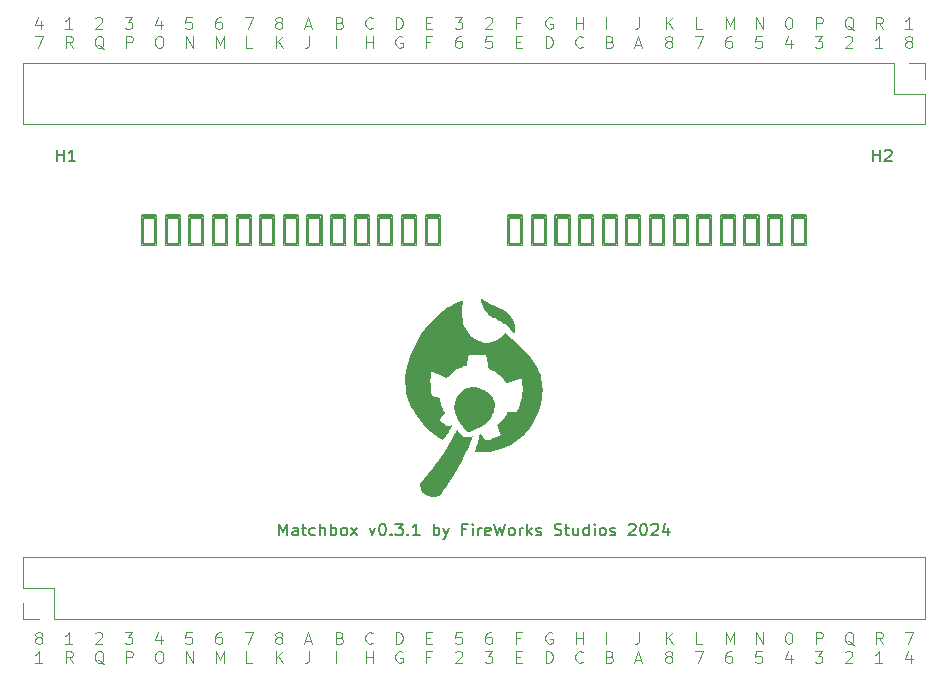
<source format=gto>
G04 #@! TF.GenerationSoftware,KiCad,Pcbnew,8.0.1*
G04 #@! TF.CreationDate,2024-08-17T14:36:57+08:00*
G04 #@! TF.ProjectId,MatchBox v0.3,4d617463-6842-46f7-9820-76302e332e6b,rev?*
G04 #@! TF.SameCoordinates,Original*
G04 #@! TF.FileFunction,Legend,Top*
G04 #@! TF.FilePolarity,Positive*
%FSLAX46Y46*%
G04 Gerber Fmt 4.6, Leading zero omitted, Abs format (unit mm)*
G04 Created by KiCad (PCBNEW 8.0.1) date 2024-08-17 14:36:57*
%MOMM*%
%LPD*%
G01*
G04 APERTURE LIST*
G04 Aperture macros list*
%AMRoundRect*
0 Rectangle with rounded corners*
0 $1 Rounding radius*
0 $2 $3 $4 $5 $6 $7 $8 $9 X,Y pos of 4 corners*
0 Add a 4 corners polygon primitive as box body*
4,1,4,$2,$3,$4,$5,$6,$7,$8,$9,$2,$3,0*
0 Add four circle primitives for the rounded corners*
1,1,$1+$1,$2,$3*
1,1,$1+$1,$4,$5*
1,1,$1+$1,$6,$7*
1,1,$1+$1,$8,$9*
0 Add four rect primitives between the rounded corners*
20,1,$1+$1,$2,$3,$4,$5,0*
20,1,$1+$1,$4,$5,$6,$7,0*
20,1,$1+$1,$6,$7,$8,$9,0*
20,1,$1+$1,$8,$9,$2,$3,0*%
G04 Aperture macros list end*
%ADD10C,0.100000*%
%ADD11C,0.150000*%
%ADD12C,0.000000*%
%ADD13C,0.127000*%
%ADD14C,0.120000*%
%ADD15C,3.200000*%
%ADD16RoundRect,0.102000X-0.500000X1.138750X-0.500000X-1.138750X0.500000X-1.138750X0.500000X1.138750X0*%
%ADD17R,1.700000X1.700000*%
%ADD18O,1.700000X1.700000*%
%ADD19C,3.700000*%
G04 APERTURE END LIST*
D10*
X102681741Y-59921046D02*
X102586503Y-59873427D01*
X102586503Y-59873427D02*
X102538884Y-59825808D01*
X102538884Y-59825808D02*
X102491265Y-59730570D01*
X102491265Y-59730570D02*
X102491265Y-59682951D01*
X102491265Y-59682951D02*
X102538884Y-59587713D01*
X102538884Y-59587713D02*
X102586503Y-59540094D01*
X102586503Y-59540094D02*
X102681741Y-59492475D01*
X102681741Y-59492475D02*
X102872217Y-59492475D01*
X102872217Y-59492475D02*
X102967455Y-59540094D01*
X102967455Y-59540094D02*
X103015074Y-59587713D01*
X103015074Y-59587713D02*
X103062693Y-59682951D01*
X103062693Y-59682951D02*
X103062693Y-59730570D01*
X103062693Y-59730570D02*
X103015074Y-59825808D01*
X103015074Y-59825808D02*
X102967455Y-59873427D01*
X102967455Y-59873427D02*
X102872217Y-59921046D01*
X102872217Y-59921046D02*
X102681741Y-59921046D01*
X102681741Y-59921046D02*
X102586503Y-59968665D01*
X102586503Y-59968665D02*
X102538884Y-60016284D01*
X102538884Y-60016284D02*
X102491265Y-60111522D01*
X102491265Y-60111522D02*
X102491265Y-60301998D01*
X102491265Y-60301998D02*
X102538884Y-60397236D01*
X102538884Y-60397236D02*
X102586503Y-60444856D01*
X102586503Y-60444856D02*
X102681741Y-60492475D01*
X102681741Y-60492475D02*
X102872217Y-60492475D01*
X102872217Y-60492475D02*
X102967455Y-60444856D01*
X102967455Y-60444856D02*
X103015074Y-60397236D01*
X103015074Y-60397236D02*
X103062693Y-60301998D01*
X103062693Y-60301998D02*
X103062693Y-60111522D01*
X103062693Y-60111522D02*
X103015074Y-60016284D01*
X103015074Y-60016284D02*
X102967455Y-59968665D01*
X102967455Y-59968665D02*
X102872217Y-59921046D01*
X102538884Y-62102419D02*
X102538884Y-61102419D01*
X103110312Y-62102419D02*
X102681741Y-61530990D01*
X103110312Y-61102419D02*
X102538884Y-61673847D01*
X145909360Y-59492475D02*
X146004598Y-59492475D01*
X146004598Y-59492475D02*
X146099836Y-59540094D01*
X146099836Y-59540094D02*
X146147455Y-59587713D01*
X146147455Y-59587713D02*
X146195074Y-59682951D01*
X146195074Y-59682951D02*
X146242693Y-59873427D01*
X146242693Y-59873427D02*
X146242693Y-60111522D01*
X146242693Y-60111522D02*
X146195074Y-60301998D01*
X146195074Y-60301998D02*
X146147455Y-60397236D01*
X146147455Y-60397236D02*
X146099836Y-60444856D01*
X146099836Y-60444856D02*
X146004598Y-60492475D01*
X146004598Y-60492475D02*
X145909360Y-60492475D01*
X145909360Y-60492475D02*
X145814122Y-60444856D01*
X145814122Y-60444856D02*
X145766503Y-60397236D01*
X145766503Y-60397236D02*
X145718884Y-60301998D01*
X145718884Y-60301998D02*
X145671265Y-60111522D01*
X145671265Y-60111522D02*
X145671265Y-59873427D01*
X145671265Y-59873427D02*
X145718884Y-59682951D01*
X145718884Y-59682951D02*
X145766503Y-59587713D01*
X145766503Y-59587713D02*
X145814122Y-59540094D01*
X145814122Y-59540094D02*
X145909360Y-59492475D01*
X146147455Y-61435752D02*
X146147455Y-62102419D01*
X145909360Y-61054800D02*
X145671265Y-61769085D01*
X145671265Y-61769085D02*
X146290312Y-61769085D01*
X115238884Y-112038665D02*
X115572217Y-112038665D01*
X115715074Y-112562475D02*
X115238884Y-112562475D01*
X115238884Y-112562475D02*
X115238884Y-111562475D01*
X115238884Y-111562475D02*
X115715074Y-111562475D01*
X115572217Y-113648609D02*
X115238884Y-113648609D01*
X115238884Y-114172419D02*
X115238884Y-113172419D01*
X115238884Y-113172419D02*
X115715074Y-113172419D01*
X110730312Y-112467236D02*
X110682693Y-112514856D01*
X110682693Y-112514856D02*
X110539836Y-112562475D01*
X110539836Y-112562475D02*
X110444598Y-112562475D01*
X110444598Y-112562475D02*
X110301741Y-112514856D01*
X110301741Y-112514856D02*
X110206503Y-112419617D01*
X110206503Y-112419617D02*
X110158884Y-112324379D01*
X110158884Y-112324379D02*
X110111265Y-112133903D01*
X110111265Y-112133903D02*
X110111265Y-111991046D01*
X110111265Y-111991046D02*
X110158884Y-111800570D01*
X110158884Y-111800570D02*
X110206503Y-111705332D01*
X110206503Y-111705332D02*
X110301741Y-111610094D01*
X110301741Y-111610094D02*
X110444598Y-111562475D01*
X110444598Y-111562475D02*
X110539836Y-111562475D01*
X110539836Y-111562475D02*
X110682693Y-111610094D01*
X110682693Y-111610094D02*
X110730312Y-111657713D01*
X110158884Y-114172419D02*
X110158884Y-113172419D01*
X110158884Y-113648609D02*
X110730312Y-113648609D01*
X110730312Y-114172419D02*
X110730312Y-113172419D01*
X156402693Y-60492475D02*
X155831265Y-60492475D01*
X156116979Y-60492475D02*
X156116979Y-59492475D01*
X156116979Y-59492475D02*
X156021741Y-59635332D01*
X156021741Y-59635332D02*
X155926503Y-59730570D01*
X155926503Y-59730570D02*
X155831265Y-59778189D01*
X156021741Y-61530990D02*
X155926503Y-61483371D01*
X155926503Y-61483371D02*
X155878884Y-61435752D01*
X155878884Y-61435752D02*
X155831265Y-61340514D01*
X155831265Y-61340514D02*
X155831265Y-61292895D01*
X155831265Y-61292895D02*
X155878884Y-61197657D01*
X155878884Y-61197657D02*
X155926503Y-61150038D01*
X155926503Y-61150038D02*
X156021741Y-61102419D01*
X156021741Y-61102419D02*
X156212217Y-61102419D01*
X156212217Y-61102419D02*
X156307455Y-61150038D01*
X156307455Y-61150038D02*
X156355074Y-61197657D01*
X156355074Y-61197657D02*
X156402693Y-61292895D01*
X156402693Y-61292895D02*
X156402693Y-61340514D01*
X156402693Y-61340514D02*
X156355074Y-61435752D01*
X156355074Y-61435752D02*
X156307455Y-61483371D01*
X156307455Y-61483371D02*
X156212217Y-61530990D01*
X156212217Y-61530990D02*
X156021741Y-61530990D01*
X156021741Y-61530990D02*
X155926503Y-61578609D01*
X155926503Y-61578609D02*
X155878884Y-61626228D01*
X155878884Y-61626228D02*
X155831265Y-61721466D01*
X155831265Y-61721466D02*
X155831265Y-61911942D01*
X155831265Y-61911942D02*
X155878884Y-62007180D01*
X155878884Y-62007180D02*
X155926503Y-62054800D01*
X155926503Y-62054800D02*
X156021741Y-62102419D01*
X156021741Y-62102419D02*
X156212217Y-62102419D01*
X156212217Y-62102419D02*
X156307455Y-62054800D01*
X156307455Y-62054800D02*
X156355074Y-62007180D01*
X156355074Y-62007180D02*
X156402693Y-61911942D01*
X156402693Y-61911942D02*
X156402693Y-61721466D01*
X156402693Y-61721466D02*
X156355074Y-61626228D01*
X156355074Y-61626228D02*
X156307455Y-61578609D01*
X156307455Y-61578609D02*
X156212217Y-61530990D01*
X138575074Y-112562475D02*
X138098884Y-112562475D01*
X138098884Y-112562475D02*
X138098884Y-111562475D01*
X138003646Y-113172419D02*
X138670312Y-113172419D01*
X138670312Y-113172419D02*
X138241741Y-114172419D01*
X82361741Y-111991046D02*
X82266503Y-111943427D01*
X82266503Y-111943427D02*
X82218884Y-111895808D01*
X82218884Y-111895808D02*
X82171265Y-111800570D01*
X82171265Y-111800570D02*
X82171265Y-111752951D01*
X82171265Y-111752951D02*
X82218884Y-111657713D01*
X82218884Y-111657713D02*
X82266503Y-111610094D01*
X82266503Y-111610094D02*
X82361741Y-111562475D01*
X82361741Y-111562475D02*
X82552217Y-111562475D01*
X82552217Y-111562475D02*
X82647455Y-111610094D01*
X82647455Y-111610094D02*
X82695074Y-111657713D01*
X82695074Y-111657713D02*
X82742693Y-111752951D01*
X82742693Y-111752951D02*
X82742693Y-111800570D01*
X82742693Y-111800570D02*
X82695074Y-111895808D01*
X82695074Y-111895808D02*
X82647455Y-111943427D01*
X82647455Y-111943427D02*
X82552217Y-111991046D01*
X82552217Y-111991046D02*
X82361741Y-111991046D01*
X82361741Y-111991046D02*
X82266503Y-112038665D01*
X82266503Y-112038665D02*
X82218884Y-112086284D01*
X82218884Y-112086284D02*
X82171265Y-112181522D01*
X82171265Y-112181522D02*
X82171265Y-112371998D01*
X82171265Y-112371998D02*
X82218884Y-112467236D01*
X82218884Y-112467236D02*
X82266503Y-112514856D01*
X82266503Y-112514856D02*
X82361741Y-112562475D01*
X82361741Y-112562475D02*
X82552217Y-112562475D01*
X82552217Y-112562475D02*
X82647455Y-112514856D01*
X82647455Y-112514856D02*
X82695074Y-112467236D01*
X82695074Y-112467236D02*
X82742693Y-112371998D01*
X82742693Y-112371998D02*
X82742693Y-112181522D01*
X82742693Y-112181522D02*
X82695074Y-112086284D01*
X82695074Y-112086284D02*
X82647455Y-112038665D01*
X82647455Y-112038665D02*
X82552217Y-111991046D01*
X82742693Y-114172419D02*
X82171265Y-114172419D01*
X82456979Y-114172419D02*
X82456979Y-113172419D01*
X82456979Y-113172419D02*
X82361741Y-113315276D01*
X82361741Y-113315276D02*
X82266503Y-113410514D01*
X82266503Y-113410514D02*
X82171265Y-113458133D01*
X138575074Y-60492475D02*
X138098884Y-60492475D01*
X138098884Y-60492475D02*
X138098884Y-59492475D01*
X138003646Y-61102419D02*
X138670312Y-61102419D01*
X138670312Y-61102419D02*
X138241741Y-62102419D01*
X127938884Y-112562475D02*
X127938884Y-111562475D01*
X127938884Y-112038665D02*
X128510312Y-112038665D01*
X128510312Y-112562475D02*
X128510312Y-111562475D01*
X128510312Y-114077180D02*
X128462693Y-114124800D01*
X128462693Y-114124800D02*
X128319836Y-114172419D01*
X128319836Y-114172419D02*
X128224598Y-114172419D01*
X128224598Y-114172419D02*
X128081741Y-114124800D01*
X128081741Y-114124800D02*
X127986503Y-114029561D01*
X127986503Y-114029561D02*
X127938884Y-113934323D01*
X127938884Y-113934323D02*
X127891265Y-113743847D01*
X127891265Y-113743847D02*
X127891265Y-113600990D01*
X127891265Y-113600990D02*
X127938884Y-113410514D01*
X127938884Y-113410514D02*
X127986503Y-113315276D01*
X127986503Y-113315276D02*
X128081741Y-113220038D01*
X128081741Y-113220038D02*
X128224598Y-113172419D01*
X128224598Y-113172419D02*
X128319836Y-113172419D01*
X128319836Y-113172419D02*
X128462693Y-113220038D01*
X128462693Y-113220038D02*
X128510312Y-113267657D01*
X85282693Y-60492475D02*
X84711265Y-60492475D01*
X84996979Y-60492475D02*
X84996979Y-59492475D01*
X84996979Y-59492475D02*
X84901741Y-59635332D01*
X84901741Y-59635332D02*
X84806503Y-59730570D01*
X84806503Y-59730570D02*
X84711265Y-59778189D01*
X85330312Y-62102419D02*
X84996979Y-61626228D01*
X84758884Y-62102419D02*
X84758884Y-61102419D01*
X84758884Y-61102419D02*
X85139836Y-61102419D01*
X85139836Y-61102419D02*
X85235074Y-61150038D01*
X85235074Y-61150038D02*
X85282693Y-61197657D01*
X85282693Y-61197657D02*
X85330312Y-61292895D01*
X85330312Y-61292895D02*
X85330312Y-61435752D01*
X85330312Y-61435752D02*
X85282693Y-61530990D01*
X85282693Y-61530990D02*
X85235074Y-61578609D01*
X85235074Y-61578609D02*
X85139836Y-61626228D01*
X85139836Y-61626228D02*
X84758884Y-61626228D01*
X95395074Y-111562475D02*
X94918884Y-111562475D01*
X94918884Y-111562475D02*
X94871265Y-112038665D01*
X94871265Y-112038665D02*
X94918884Y-111991046D01*
X94918884Y-111991046D02*
X95014122Y-111943427D01*
X95014122Y-111943427D02*
X95252217Y-111943427D01*
X95252217Y-111943427D02*
X95347455Y-111991046D01*
X95347455Y-111991046D02*
X95395074Y-112038665D01*
X95395074Y-112038665D02*
X95442693Y-112133903D01*
X95442693Y-112133903D02*
X95442693Y-112371998D01*
X95442693Y-112371998D02*
X95395074Y-112467236D01*
X95395074Y-112467236D02*
X95347455Y-112514856D01*
X95347455Y-112514856D02*
X95252217Y-112562475D01*
X95252217Y-112562475D02*
X95014122Y-112562475D01*
X95014122Y-112562475D02*
X94918884Y-112514856D01*
X94918884Y-112514856D02*
X94871265Y-112467236D01*
X94918884Y-114172419D02*
X94918884Y-113172419D01*
X94918884Y-113172419D02*
X95490312Y-114172419D01*
X95490312Y-114172419D02*
X95490312Y-113172419D01*
X153910312Y-112562475D02*
X153576979Y-112086284D01*
X153338884Y-112562475D02*
X153338884Y-111562475D01*
X153338884Y-111562475D02*
X153719836Y-111562475D01*
X153719836Y-111562475D02*
X153815074Y-111610094D01*
X153815074Y-111610094D02*
X153862693Y-111657713D01*
X153862693Y-111657713D02*
X153910312Y-111752951D01*
X153910312Y-111752951D02*
X153910312Y-111895808D01*
X153910312Y-111895808D02*
X153862693Y-111991046D01*
X153862693Y-111991046D02*
X153815074Y-112038665D01*
X153815074Y-112038665D02*
X153719836Y-112086284D01*
X153719836Y-112086284D02*
X153338884Y-112086284D01*
X153862693Y-114172419D02*
X153291265Y-114172419D01*
X153576979Y-114172419D02*
X153576979Y-113172419D01*
X153576979Y-113172419D02*
X153481741Y-113315276D01*
X153481741Y-113315276D02*
X153386503Y-113410514D01*
X153386503Y-113410514D02*
X153291265Y-113458133D01*
X140638884Y-112562475D02*
X140638884Y-111562475D01*
X140638884Y-111562475D02*
X140972217Y-112276760D01*
X140972217Y-112276760D02*
X141305550Y-111562475D01*
X141305550Y-111562475D02*
X141305550Y-112562475D01*
X141067455Y-113172419D02*
X140876979Y-113172419D01*
X140876979Y-113172419D02*
X140781741Y-113220038D01*
X140781741Y-113220038D02*
X140734122Y-113267657D01*
X140734122Y-113267657D02*
X140638884Y-113410514D01*
X140638884Y-113410514D02*
X140591265Y-113600990D01*
X140591265Y-113600990D02*
X140591265Y-113981942D01*
X140591265Y-113981942D02*
X140638884Y-114077180D01*
X140638884Y-114077180D02*
X140686503Y-114124800D01*
X140686503Y-114124800D02*
X140781741Y-114172419D01*
X140781741Y-114172419D02*
X140972217Y-114172419D01*
X140972217Y-114172419D02*
X141067455Y-114124800D01*
X141067455Y-114124800D02*
X141115074Y-114077180D01*
X141115074Y-114077180D02*
X141162693Y-113981942D01*
X141162693Y-113981942D02*
X141162693Y-113743847D01*
X141162693Y-113743847D02*
X141115074Y-113648609D01*
X141115074Y-113648609D02*
X141067455Y-113600990D01*
X141067455Y-113600990D02*
X140972217Y-113553371D01*
X140972217Y-113553371D02*
X140781741Y-113553371D01*
X140781741Y-113553371D02*
X140686503Y-113600990D01*
X140686503Y-113600990D02*
X140638884Y-113648609D01*
X140638884Y-113648609D02*
X140591265Y-113743847D01*
D11*
X102799998Y-103369819D02*
X102799998Y-102369819D01*
X102799998Y-102369819D02*
X103133331Y-103084104D01*
X103133331Y-103084104D02*
X103466664Y-102369819D01*
X103466664Y-102369819D02*
X103466664Y-103369819D01*
X104371426Y-103369819D02*
X104371426Y-102846009D01*
X104371426Y-102846009D02*
X104323807Y-102750771D01*
X104323807Y-102750771D02*
X104228569Y-102703152D01*
X104228569Y-102703152D02*
X104038093Y-102703152D01*
X104038093Y-102703152D02*
X103942855Y-102750771D01*
X104371426Y-103322200D02*
X104276188Y-103369819D01*
X104276188Y-103369819D02*
X104038093Y-103369819D01*
X104038093Y-103369819D02*
X103942855Y-103322200D01*
X103942855Y-103322200D02*
X103895236Y-103226961D01*
X103895236Y-103226961D02*
X103895236Y-103131723D01*
X103895236Y-103131723D02*
X103942855Y-103036485D01*
X103942855Y-103036485D02*
X104038093Y-102988866D01*
X104038093Y-102988866D02*
X104276188Y-102988866D01*
X104276188Y-102988866D02*
X104371426Y-102941247D01*
X104704760Y-102703152D02*
X105085712Y-102703152D01*
X104847617Y-102369819D02*
X104847617Y-103226961D01*
X104847617Y-103226961D02*
X104895236Y-103322200D01*
X104895236Y-103322200D02*
X104990474Y-103369819D01*
X104990474Y-103369819D02*
X105085712Y-103369819D01*
X105847617Y-103322200D02*
X105752379Y-103369819D01*
X105752379Y-103369819D02*
X105561903Y-103369819D01*
X105561903Y-103369819D02*
X105466665Y-103322200D01*
X105466665Y-103322200D02*
X105419046Y-103274580D01*
X105419046Y-103274580D02*
X105371427Y-103179342D01*
X105371427Y-103179342D02*
X105371427Y-102893628D01*
X105371427Y-102893628D02*
X105419046Y-102798390D01*
X105419046Y-102798390D02*
X105466665Y-102750771D01*
X105466665Y-102750771D02*
X105561903Y-102703152D01*
X105561903Y-102703152D02*
X105752379Y-102703152D01*
X105752379Y-102703152D02*
X105847617Y-102750771D01*
X106276189Y-103369819D02*
X106276189Y-102369819D01*
X106704760Y-103369819D02*
X106704760Y-102846009D01*
X106704760Y-102846009D02*
X106657141Y-102750771D01*
X106657141Y-102750771D02*
X106561903Y-102703152D01*
X106561903Y-102703152D02*
X106419046Y-102703152D01*
X106419046Y-102703152D02*
X106323808Y-102750771D01*
X106323808Y-102750771D02*
X106276189Y-102798390D01*
X107180951Y-103369819D02*
X107180951Y-102369819D01*
X107180951Y-102750771D02*
X107276189Y-102703152D01*
X107276189Y-102703152D02*
X107466665Y-102703152D01*
X107466665Y-102703152D02*
X107561903Y-102750771D01*
X107561903Y-102750771D02*
X107609522Y-102798390D01*
X107609522Y-102798390D02*
X107657141Y-102893628D01*
X107657141Y-102893628D02*
X107657141Y-103179342D01*
X107657141Y-103179342D02*
X107609522Y-103274580D01*
X107609522Y-103274580D02*
X107561903Y-103322200D01*
X107561903Y-103322200D02*
X107466665Y-103369819D01*
X107466665Y-103369819D02*
X107276189Y-103369819D01*
X107276189Y-103369819D02*
X107180951Y-103322200D01*
X108228570Y-103369819D02*
X108133332Y-103322200D01*
X108133332Y-103322200D02*
X108085713Y-103274580D01*
X108085713Y-103274580D02*
X108038094Y-103179342D01*
X108038094Y-103179342D02*
X108038094Y-102893628D01*
X108038094Y-102893628D02*
X108085713Y-102798390D01*
X108085713Y-102798390D02*
X108133332Y-102750771D01*
X108133332Y-102750771D02*
X108228570Y-102703152D01*
X108228570Y-102703152D02*
X108371427Y-102703152D01*
X108371427Y-102703152D02*
X108466665Y-102750771D01*
X108466665Y-102750771D02*
X108514284Y-102798390D01*
X108514284Y-102798390D02*
X108561903Y-102893628D01*
X108561903Y-102893628D02*
X108561903Y-103179342D01*
X108561903Y-103179342D02*
X108514284Y-103274580D01*
X108514284Y-103274580D02*
X108466665Y-103322200D01*
X108466665Y-103322200D02*
X108371427Y-103369819D01*
X108371427Y-103369819D02*
X108228570Y-103369819D01*
X108895237Y-103369819D02*
X109419046Y-102703152D01*
X108895237Y-102703152D02*
X109419046Y-103369819D01*
X110466666Y-102703152D02*
X110704761Y-103369819D01*
X110704761Y-103369819D02*
X110942856Y-102703152D01*
X111514285Y-102369819D02*
X111609523Y-102369819D01*
X111609523Y-102369819D02*
X111704761Y-102417438D01*
X111704761Y-102417438D02*
X111752380Y-102465057D01*
X111752380Y-102465057D02*
X111799999Y-102560295D01*
X111799999Y-102560295D02*
X111847618Y-102750771D01*
X111847618Y-102750771D02*
X111847618Y-102988866D01*
X111847618Y-102988866D02*
X111799999Y-103179342D01*
X111799999Y-103179342D02*
X111752380Y-103274580D01*
X111752380Y-103274580D02*
X111704761Y-103322200D01*
X111704761Y-103322200D02*
X111609523Y-103369819D01*
X111609523Y-103369819D02*
X111514285Y-103369819D01*
X111514285Y-103369819D02*
X111419047Y-103322200D01*
X111419047Y-103322200D02*
X111371428Y-103274580D01*
X111371428Y-103274580D02*
X111323809Y-103179342D01*
X111323809Y-103179342D02*
X111276190Y-102988866D01*
X111276190Y-102988866D02*
X111276190Y-102750771D01*
X111276190Y-102750771D02*
X111323809Y-102560295D01*
X111323809Y-102560295D02*
X111371428Y-102465057D01*
X111371428Y-102465057D02*
X111419047Y-102417438D01*
X111419047Y-102417438D02*
X111514285Y-102369819D01*
X112276190Y-103274580D02*
X112323809Y-103322200D01*
X112323809Y-103322200D02*
X112276190Y-103369819D01*
X112276190Y-103369819D02*
X112228571Y-103322200D01*
X112228571Y-103322200D02*
X112276190Y-103274580D01*
X112276190Y-103274580D02*
X112276190Y-103369819D01*
X112657142Y-102369819D02*
X113276189Y-102369819D01*
X113276189Y-102369819D02*
X112942856Y-102750771D01*
X112942856Y-102750771D02*
X113085713Y-102750771D01*
X113085713Y-102750771D02*
X113180951Y-102798390D01*
X113180951Y-102798390D02*
X113228570Y-102846009D01*
X113228570Y-102846009D02*
X113276189Y-102941247D01*
X113276189Y-102941247D02*
X113276189Y-103179342D01*
X113276189Y-103179342D02*
X113228570Y-103274580D01*
X113228570Y-103274580D02*
X113180951Y-103322200D01*
X113180951Y-103322200D02*
X113085713Y-103369819D01*
X113085713Y-103369819D02*
X112799999Y-103369819D01*
X112799999Y-103369819D02*
X112704761Y-103322200D01*
X112704761Y-103322200D02*
X112657142Y-103274580D01*
X113704761Y-103274580D02*
X113752380Y-103322200D01*
X113752380Y-103322200D02*
X113704761Y-103369819D01*
X113704761Y-103369819D02*
X113657142Y-103322200D01*
X113657142Y-103322200D02*
X113704761Y-103274580D01*
X113704761Y-103274580D02*
X113704761Y-103369819D01*
X114704760Y-103369819D02*
X114133332Y-103369819D01*
X114419046Y-103369819D02*
X114419046Y-102369819D01*
X114419046Y-102369819D02*
X114323808Y-102512676D01*
X114323808Y-102512676D02*
X114228570Y-102607914D01*
X114228570Y-102607914D02*
X114133332Y-102655533D01*
X115895237Y-103369819D02*
X115895237Y-102369819D01*
X115895237Y-102750771D02*
X115990475Y-102703152D01*
X115990475Y-102703152D02*
X116180951Y-102703152D01*
X116180951Y-102703152D02*
X116276189Y-102750771D01*
X116276189Y-102750771D02*
X116323808Y-102798390D01*
X116323808Y-102798390D02*
X116371427Y-102893628D01*
X116371427Y-102893628D02*
X116371427Y-103179342D01*
X116371427Y-103179342D02*
X116323808Y-103274580D01*
X116323808Y-103274580D02*
X116276189Y-103322200D01*
X116276189Y-103322200D02*
X116180951Y-103369819D01*
X116180951Y-103369819D02*
X115990475Y-103369819D01*
X115990475Y-103369819D02*
X115895237Y-103322200D01*
X116704761Y-102703152D02*
X116942856Y-103369819D01*
X117180951Y-102703152D02*
X116942856Y-103369819D01*
X116942856Y-103369819D02*
X116847618Y-103607914D01*
X116847618Y-103607914D02*
X116799999Y-103655533D01*
X116799999Y-103655533D02*
X116704761Y-103703152D01*
X118657142Y-102846009D02*
X118323809Y-102846009D01*
X118323809Y-103369819D02*
X118323809Y-102369819D01*
X118323809Y-102369819D02*
X118799999Y-102369819D01*
X119180952Y-103369819D02*
X119180952Y-102703152D01*
X119180952Y-102369819D02*
X119133333Y-102417438D01*
X119133333Y-102417438D02*
X119180952Y-102465057D01*
X119180952Y-102465057D02*
X119228571Y-102417438D01*
X119228571Y-102417438D02*
X119180952Y-102369819D01*
X119180952Y-102369819D02*
X119180952Y-102465057D01*
X119657142Y-103369819D02*
X119657142Y-102703152D01*
X119657142Y-102893628D02*
X119704761Y-102798390D01*
X119704761Y-102798390D02*
X119752380Y-102750771D01*
X119752380Y-102750771D02*
X119847618Y-102703152D01*
X119847618Y-102703152D02*
X119942856Y-102703152D01*
X120657142Y-103322200D02*
X120561904Y-103369819D01*
X120561904Y-103369819D02*
X120371428Y-103369819D01*
X120371428Y-103369819D02*
X120276190Y-103322200D01*
X120276190Y-103322200D02*
X120228571Y-103226961D01*
X120228571Y-103226961D02*
X120228571Y-102846009D01*
X120228571Y-102846009D02*
X120276190Y-102750771D01*
X120276190Y-102750771D02*
X120371428Y-102703152D01*
X120371428Y-102703152D02*
X120561904Y-102703152D01*
X120561904Y-102703152D02*
X120657142Y-102750771D01*
X120657142Y-102750771D02*
X120704761Y-102846009D01*
X120704761Y-102846009D02*
X120704761Y-102941247D01*
X120704761Y-102941247D02*
X120228571Y-103036485D01*
X121038095Y-102369819D02*
X121276190Y-103369819D01*
X121276190Y-103369819D02*
X121466666Y-102655533D01*
X121466666Y-102655533D02*
X121657142Y-103369819D01*
X121657142Y-103369819D02*
X121895238Y-102369819D01*
X122419047Y-103369819D02*
X122323809Y-103322200D01*
X122323809Y-103322200D02*
X122276190Y-103274580D01*
X122276190Y-103274580D02*
X122228571Y-103179342D01*
X122228571Y-103179342D02*
X122228571Y-102893628D01*
X122228571Y-102893628D02*
X122276190Y-102798390D01*
X122276190Y-102798390D02*
X122323809Y-102750771D01*
X122323809Y-102750771D02*
X122419047Y-102703152D01*
X122419047Y-102703152D02*
X122561904Y-102703152D01*
X122561904Y-102703152D02*
X122657142Y-102750771D01*
X122657142Y-102750771D02*
X122704761Y-102798390D01*
X122704761Y-102798390D02*
X122752380Y-102893628D01*
X122752380Y-102893628D02*
X122752380Y-103179342D01*
X122752380Y-103179342D02*
X122704761Y-103274580D01*
X122704761Y-103274580D02*
X122657142Y-103322200D01*
X122657142Y-103322200D02*
X122561904Y-103369819D01*
X122561904Y-103369819D02*
X122419047Y-103369819D01*
X123180952Y-103369819D02*
X123180952Y-102703152D01*
X123180952Y-102893628D02*
X123228571Y-102798390D01*
X123228571Y-102798390D02*
X123276190Y-102750771D01*
X123276190Y-102750771D02*
X123371428Y-102703152D01*
X123371428Y-102703152D02*
X123466666Y-102703152D01*
X123800000Y-103369819D02*
X123800000Y-102369819D01*
X123895238Y-102988866D02*
X124180952Y-103369819D01*
X124180952Y-102703152D02*
X123800000Y-103084104D01*
X124561905Y-103322200D02*
X124657143Y-103369819D01*
X124657143Y-103369819D02*
X124847619Y-103369819D01*
X124847619Y-103369819D02*
X124942857Y-103322200D01*
X124942857Y-103322200D02*
X124990476Y-103226961D01*
X124990476Y-103226961D02*
X124990476Y-103179342D01*
X124990476Y-103179342D02*
X124942857Y-103084104D01*
X124942857Y-103084104D02*
X124847619Y-103036485D01*
X124847619Y-103036485D02*
X124704762Y-103036485D01*
X124704762Y-103036485D02*
X124609524Y-102988866D01*
X124609524Y-102988866D02*
X124561905Y-102893628D01*
X124561905Y-102893628D02*
X124561905Y-102846009D01*
X124561905Y-102846009D02*
X124609524Y-102750771D01*
X124609524Y-102750771D02*
X124704762Y-102703152D01*
X124704762Y-102703152D02*
X124847619Y-102703152D01*
X124847619Y-102703152D02*
X124942857Y-102750771D01*
X126133334Y-103322200D02*
X126276191Y-103369819D01*
X126276191Y-103369819D02*
X126514286Y-103369819D01*
X126514286Y-103369819D02*
X126609524Y-103322200D01*
X126609524Y-103322200D02*
X126657143Y-103274580D01*
X126657143Y-103274580D02*
X126704762Y-103179342D01*
X126704762Y-103179342D02*
X126704762Y-103084104D01*
X126704762Y-103084104D02*
X126657143Y-102988866D01*
X126657143Y-102988866D02*
X126609524Y-102941247D01*
X126609524Y-102941247D02*
X126514286Y-102893628D01*
X126514286Y-102893628D02*
X126323810Y-102846009D01*
X126323810Y-102846009D02*
X126228572Y-102798390D01*
X126228572Y-102798390D02*
X126180953Y-102750771D01*
X126180953Y-102750771D02*
X126133334Y-102655533D01*
X126133334Y-102655533D02*
X126133334Y-102560295D01*
X126133334Y-102560295D02*
X126180953Y-102465057D01*
X126180953Y-102465057D02*
X126228572Y-102417438D01*
X126228572Y-102417438D02*
X126323810Y-102369819D01*
X126323810Y-102369819D02*
X126561905Y-102369819D01*
X126561905Y-102369819D02*
X126704762Y-102417438D01*
X126990477Y-102703152D02*
X127371429Y-102703152D01*
X127133334Y-102369819D02*
X127133334Y-103226961D01*
X127133334Y-103226961D02*
X127180953Y-103322200D01*
X127180953Y-103322200D02*
X127276191Y-103369819D01*
X127276191Y-103369819D02*
X127371429Y-103369819D01*
X128133334Y-102703152D02*
X128133334Y-103369819D01*
X127704763Y-102703152D02*
X127704763Y-103226961D01*
X127704763Y-103226961D02*
X127752382Y-103322200D01*
X127752382Y-103322200D02*
X127847620Y-103369819D01*
X127847620Y-103369819D02*
X127990477Y-103369819D01*
X127990477Y-103369819D02*
X128085715Y-103322200D01*
X128085715Y-103322200D02*
X128133334Y-103274580D01*
X129038096Y-103369819D02*
X129038096Y-102369819D01*
X129038096Y-103322200D02*
X128942858Y-103369819D01*
X128942858Y-103369819D02*
X128752382Y-103369819D01*
X128752382Y-103369819D02*
X128657144Y-103322200D01*
X128657144Y-103322200D02*
X128609525Y-103274580D01*
X128609525Y-103274580D02*
X128561906Y-103179342D01*
X128561906Y-103179342D02*
X128561906Y-102893628D01*
X128561906Y-102893628D02*
X128609525Y-102798390D01*
X128609525Y-102798390D02*
X128657144Y-102750771D01*
X128657144Y-102750771D02*
X128752382Y-102703152D01*
X128752382Y-102703152D02*
X128942858Y-102703152D01*
X128942858Y-102703152D02*
X129038096Y-102750771D01*
X129514287Y-103369819D02*
X129514287Y-102703152D01*
X129514287Y-102369819D02*
X129466668Y-102417438D01*
X129466668Y-102417438D02*
X129514287Y-102465057D01*
X129514287Y-102465057D02*
X129561906Y-102417438D01*
X129561906Y-102417438D02*
X129514287Y-102369819D01*
X129514287Y-102369819D02*
X129514287Y-102465057D01*
X130133334Y-103369819D02*
X130038096Y-103322200D01*
X130038096Y-103322200D02*
X129990477Y-103274580D01*
X129990477Y-103274580D02*
X129942858Y-103179342D01*
X129942858Y-103179342D02*
X129942858Y-102893628D01*
X129942858Y-102893628D02*
X129990477Y-102798390D01*
X129990477Y-102798390D02*
X130038096Y-102750771D01*
X130038096Y-102750771D02*
X130133334Y-102703152D01*
X130133334Y-102703152D02*
X130276191Y-102703152D01*
X130276191Y-102703152D02*
X130371429Y-102750771D01*
X130371429Y-102750771D02*
X130419048Y-102798390D01*
X130419048Y-102798390D02*
X130466667Y-102893628D01*
X130466667Y-102893628D02*
X130466667Y-103179342D01*
X130466667Y-103179342D02*
X130419048Y-103274580D01*
X130419048Y-103274580D02*
X130371429Y-103322200D01*
X130371429Y-103322200D02*
X130276191Y-103369819D01*
X130276191Y-103369819D02*
X130133334Y-103369819D01*
X130847620Y-103322200D02*
X130942858Y-103369819D01*
X130942858Y-103369819D02*
X131133334Y-103369819D01*
X131133334Y-103369819D02*
X131228572Y-103322200D01*
X131228572Y-103322200D02*
X131276191Y-103226961D01*
X131276191Y-103226961D02*
X131276191Y-103179342D01*
X131276191Y-103179342D02*
X131228572Y-103084104D01*
X131228572Y-103084104D02*
X131133334Y-103036485D01*
X131133334Y-103036485D02*
X130990477Y-103036485D01*
X130990477Y-103036485D02*
X130895239Y-102988866D01*
X130895239Y-102988866D02*
X130847620Y-102893628D01*
X130847620Y-102893628D02*
X130847620Y-102846009D01*
X130847620Y-102846009D02*
X130895239Y-102750771D01*
X130895239Y-102750771D02*
X130990477Y-102703152D01*
X130990477Y-102703152D02*
X131133334Y-102703152D01*
X131133334Y-102703152D02*
X131228572Y-102750771D01*
X132419049Y-102465057D02*
X132466668Y-102417438D01*
X132466668Y-102417438D02*
X132561906Y-102369819D01*
X132561906Y-102369819D02*
X132800001Y-102369819D01*
X132800001Y-102369819D02*
X132895239Y-102417438D01*
X132895239Y-102417438D02*
X132942858Y-102465057D01*
X132942858Y-102465057D02*
X132990477Y-102560295D01*
X132990477Y-102560295D02*
X132990477Y-102655533D01*
X132990477Y-102655533D02*
X132942858Y-102798390D01*
X132942858Y-102798390D02*
X132371430Y-103369819D01*
X132371430Y-103369819D02*
X132990477Y-103369819D01*
X133609525Y-102369819D02*
X133704763Y-102369819D01*
X133704763Y-102369819D02*
X133800001Y-102417438D01*
X133800001Y-102417438D02*
X133847620Y-102465057D01*
X133847620Y-102465057D02*
X133895239Y-102560295D01*
X133895239Y-102560295D02*
X133942858Y-102750771D01*
X133942858Y-102750771D02*
X133942858Y-102988866D01*
X133942858Y-102988866D02*
X133895239Y-103179342D01*
X133895239Y-103179342D02*
X133847620Y-103274580D01*
X133847620Y-103274580D02*
X133800001Y-103322200D01*
X133800001Y-103322200D02*
X133704763Y-103369819D01*
X133704763Y-103369819D02*
X133609525Y-103369819D01*
X133609525Y-103369819D02*
X133514287Y-103322200D01*
X133514287Y-103322200D02*
X133466668Y-103274580D01*
X133466668Y-103274580D02*
X133419049Y-103179342D01*
X133419049Y-103179342D02*
X133371430Y-102988866D01*
X133371430Y-102988866D02*
X133371430Y-102750771D01*
X133371430Y-102750771D02*
X133419049Y-102560295D01*
X133419049Y-102560295D02*
X133466668Y-102465057D01*
X133466668Y-102465057D02*
X133514287Y-102417438D01*
X133514287Y-102417438D02*
X133609525Y-102369819D01*
X134323811Y-102465057D02*
X134371430Y-102417438D01*
X134371430Y-102417438D02*
X134466668Y-102369819D01*
X134466668Y-102369819D02*
X134704763Y-102369819D01*
X134704763Y-102369819D02*
X134800001Y-102417438D01*
X134800001Y-102417438D02*
X134847620Y-102465057D01*
X134847620Y-102465057D02*
X134895239Y-102560295D01*
X134895239Y-102560295D02*
X134895239Y-102655533D01*
X134895239Y-102655533D02*
X134847620Y-102798390D01*
X134847620Y-102798390D02*
X134276192Y-103369819D01*
X134276192Y-103369819D02*
X134895239Y-103369819D01*
X135752382Y-102703152D02*
X135752382Y-103369819D01*
X135514287Y-102322200D02*
X135276192Y-103036485D01*
X135276192Y-103036485D02*
X135895239Y-103036485D01*
D10*
X89743646Y-59492475D02*
X90362693Y-59492475D01*
X90362693Y-59492475D02*
X90029360Y-59873427D01*
X90029360Y-59873427D02*
X90172217Y-59873427D01*
X90172217Y-59873427D02*
X90267455Y-59921046D01*
X90267455Y-59921046D02*
X90315074Y-59968665D01*
X90315074Y-59968665D02*
X90362693Y-60063903D01*
X90362693Y-60063903D02*
X90362693Y-60301998D01*
X90362693Y-60301998D02*
X90315074Y-60397236D01*
X90315074Y-60397236D02*
X90267455Y-60444856D01*
X90267455Y-60444856D02*
X90172217Y-60492475D01*
X90172217Y-60492475D02*
X89886503Y-60492475D01*
X89886503Y-60492475D02*
X89791265Y-60444856D01*
X89791265Y-60444856D02*
X89743646Y-60397236D01*
X89838884Y-62102419D02*
X89838884Y-61102419D01*
X89838884Y-61102419D02*
X90219836Y-61102419D01*
X90219836Y-61102419D02*
X90315074Y-61150038D01*
X90315074Y-61150038D02*
X90362693Y-61197657D01*
X90362693Y-61197657D02*
X90410312Y-61292895D01*
X90410312Y-61292895D02*
X90410312Y-61435752D01*
X90410312Y-61435752D02*
X90362693Y-61530990D01*
X90362693Y-61530990D02*
X90315074Y-61578609D01*
X90315074Y-61578609D02*
X90219836Y-61626228D01*
X90219836Y-61626228D02*
X89838884Y-61626228D01*
X97887455Y-111562475D02*
X97696979Y-111562475D01*
X97696979Y-111562475D02*
X97601741Y-111610094D01*
X97601741Y-111610094D02*
X97554122Y-111657713D01*
X97554122Y-111657713D02*
X97458884Y-111800570D01*
X97458884Y-111800570D02*
X97411265Y-111991046D01*
X97411265Y-111991046D02*
X97411265Y-112371998D01*
X97411265Y-112371998D02*
X97458884Y-112467236D01*
X97458884Y-112467236D02*
X97506503Y-112514856D01*
X97506503Y-112514856D02*
X97601741Y-112562475D01*
X97601741Y-112562475D02*
X97792217Y-112562475D01*
X97792217Y-112562475D02*
X97887455Y-112514856D01*
X97887455Y-112514856D02*
X97935074Y-112467236D01*
X97935074Y-112467236D02*
X97982693Y-112371998D01*
X97982693Y-112371998D02*
X97982693Y-112133903D01*
X97982693Y-112133903D02*
X97935074Y-112038665D01*
X97935074Y-112038665D02*
X97887455Y-111991046D01*
X97887455Y-111991046D02*
X97792217Y-111943427D01*
X97792217Y-111943427D02*
X97601741Y-111943427D01*
X97601741Y-111943427D02*
X97506503Y-111991046D01*
X97506503Y-111991046D02*
X97458884Y-112038665D01*
X97458884Y-112038665D02*
X97411265Y-112133903D01*
X97458884Y-114172419D02*
X97458884Y-113172419D01*
X97458884Y-113172419D02*
X97792217Y-113886704D01*
X97792217Y-113886704D02*
X98125550Y-113172419D01*
X98125550Y-113172419D02*
X98125550Y-114172419D01*
X143178884Y-60492475D02*
X143178884Y-59492475D01*
X143178884Y-59492475D02*
X143750312Y-60492475D01*
X143750312Y-60492475D02*
X143750312Y-59492475D01*
X143655074Y-61102419D02*
X143178884Y-61102419D01*
X143178884Y-61102419D02*
X143131265Y-61578609D01*
X143131265Y-61578609D02*
X143178884Y-61530990D01*
X143178884Y-61530990D02*
X143274122Y-61483371D01*
X143274122Y-61483371D02*
X143512217Y-61483371D01*
X143512217Y-61483371D02*
X143607455Y-61530990D01*
X143607455Y-61530990D02*
X143655074Y-61578609D01*
X143655074Y-61578609D02*
X143702693Y-61673847D01*
X143702693Y-61673847D02*
X143702693Y-61911942D01*
X143702693Y-61911942D02*
X143655074Y-62007180D01*
X143655074Y-62007180D02*
X143607455Y-62054800D01*
X143607455Y-62054800D02*
X143512217Y-62102419D01*
X143512217Y-62102419D02*
X143274122Y-62102419D01*
X143274122Y-62102419D02*
X143178884Y-62054800D01*
X143178884Y-62054800D02*
X143131265Y-62007180D01*
X123192217Y-59968665D02*
X122858884Y-59968665D01*
X122858884Y-60492475D02*
X122858884Y-59492475D01*
X122858884Y-59492475D02*
X123335074Y-59492475D01*
X122858884Y-61578609D02*
X123192217Y-61578609D01*
X123335074Y-62102419D02*
X122858884Y-62102419D01*
X122858884Y-62102419D02*
X122858884Y-61102419D01*
X122858884Y-61102419D02*
X123335074Y-61102419D01*
X102681741Y-111991046D02*
X102586503Y-111943427D01*
X102586503Y-111943427D02*
X102538884Y-111895808D01*
X102538884Y-111895808D02*
X102491265Y-111800570D01*
X102491265Y-111800570D02*
X102491265Y-111752951D01*
X102491265Y-111752951D02*
X102538884Y-111657713D01*
X102538884Y-111657713D02*
X102586503Y-111610094D01*
X102586503Y-111610094D02*
X102681741Y-111562475D01*
X102681741Y-111562475D02*
X102872217Y-111562475D01*
X102872217Y-111562475D02*
X102967455Y-111610094D01*
X102967455Y-111610094D02*
X103015074Y-111657713D01*
X103015074Y-111657713D02*
X103062693Y-111752951D01*
X103062693Y-111752951D02*
X103062693Y-111800570D01*
X103062693Y-111800570D02*
X103015074Y-111895808D01*
X103015074Y-111895808D02*
X102967455Y-111943427D01*
X102967455Y-111943427D02*
X102872217Y-111991046D01*
X102872217Y-111991046D02*
X102681741Y-111991046D01*
X102681741Y-111991046D02*
X102586503Y-112038665D01*
X102586503Y-112038665D02*
X102538884Y-112086284D01*
X102538884Y-112086284D02*
X102491265Y-112181522D01*
X102491265Y-112181522D02*
X102491265Y-112371998D01*
X102491265Y-112371998D02*
X102538884Y-112467236D01*
X102538884Y-112467236D02*
X102586503Y-112514856D01*
X102586503Y-112514856D02*
X102681741Y-112562475D01*
X102681741Y-112562475D02*
X102872217Y-112562475D01*
X102872217Y-112562475D02*
X102967455Y-112514856D01*
X102967455Y-112514856D02*
X103015074Y-112467236D01*
X103015074Y-112467236D02*
X103062693Y-112371998D01*
X103062693Y-112371998D02*
X103062693Y-112181522D01*
X103062693Y-112181522D02*
X103015074Y-112086284D01*
X103015074Y-112086284D02*
X102967455Y-112038665D01*
X102967455Y-112038665D02*
X102872217Y-111991046D01*
X102538884Y-114172419D02*
X102538884Y-113172419D01*
X103110312Y-114172419D02*
X102681741Y-113600990D01*
X103110312Y-113172419D02*
X102538884Y-113743847D01*
X133304598Y-111562475D02*
X133304598Y-112276760D01*
X133304598Y-112276760D02*
X133256979Y-112419617D01*
X133256979Y-112419617D02*
X133161741Y-112514856D01*
X133161741Y-112514856D02*
X133018884Y-112562475D01*
X133018884Y-112562475D02*
X132923646Y-112562475D01*
X132971265Y-113886704D02*
X133447455Y-113886704D01*
X132876027Y-114172419D02*
X133209360Y-113172419D01*
X133209360Y-113172419D02*
X133542693Y-114172419D01*
X125922693Y-59540094D02*
X125827455Y-59492475D01*
X125827455Y-59492475D02*
X125684598Y-59492475D01*
X125684598Y-59492475D02*
X125541741Y-59540094D01*
X125541741Y-59540094D02*
X125446503Y-59635332D01*
X125446503Y-59635332D02*
X125398884Y-59730570D01*
X125398884Y-59730570D02*
X125351265Y-59921046D01*
X125351265Y-59921046D02*
X125351265Y-60063903D01*
X125351265Y-60063903D02*
X125398884Y-60254379D01*
X125398884Y-60254379D02*
X125446503Y-60349617D01*
X125446503Y-60349617D02*
X125541741Y-60444856D01*
X125541741Y-60444856D02*
X125684598Y-60492475D01*
X125684598Y-60492475D02*
X125779836Y-60492475D01*
X125779836Y-60492475D02*
X125922693Y-60444856D01*
X125922693Y-60444856D02*
X125970312Y-60397236D01*
X125970312Y-60397236D02*
X125970312Y-60063903D01*
X125970312Y-60063903D02*
X125779836Y-60063903D01*
X125398884Y-62102419D02*
X125398884Y-61102419D01*
X125398884Y-61102419D02*
X125636979Y-61102419D01*
X125636979Y-61102419D02*
X125779836Y-61150038D01*
X125779836Y-61150038D02*
X125875074Y-61245276D01*
X125875074Y-61245276D02*
X125922693Y-61340514D01*
X125922693Y-61340514D02*
X125970312Y-61530990D01*
X125970312Y-61530990D02*
X125970312Y-61673847D01*
X125970312Y-61673847D02*
X125922693Y-61864323D01*
X125922693Y-61864323D02*
X125875074Y-61959561D01*
X125875074Y-61959561D02*
X125779836Y-62054800D01*
X125779836Y-62054800D02*
X125636979Y-62102419D01*
X125636979Y-62102419D02*
X125398884Y-62102419D01*
X95395074Y-59492475D02*
X94918884Y-59492475D01*
X94918884Y-59492475D02*
X94871265Y-59968665D01*
X94871265Y-59968665D02*
X94918884Y-59921046D01*
X94918884Y-59921046D02*
X95014122Y-59873427D01*
X95014122Y-59873427D02*
X95252217Y-59873427D01*
X95252217Y-59873427D02*
X95347455Y-59921046D01*
X95347455Y-59921046D02*
X95395074Y-59968665D01*
X95395074Y-59968665D02*
X95442693Y-60063903D01*
X95442693Y-60063903D02*
X95442693Y-60301998D01*
X95442693Y-60301998D02*
X95395074Y-60397236D01*
X95395074Y-60397236D02*
X95347455Y-60444856D01*
X95347455Y-60444856D02*
X95252217Y-60492475D01*
X95252217Y-60492475D02*
X95014122Y-60492475D01*
X95014122Y-60492475D02*
X94918884Y-60444856D01*
X94918884Y-60444856D02*
X94871265Y-60397236D01*
X94918884Y-62102419D02*
X94918884Y-61102419D01*
X94918884Y-61102419D02*
X95490312Y-62102419D01*
X95490312Y-62102419D02*
X95490312Y-61102419D01*
X153910312Y-60492475D02*
X153576979Y-60016284D01*
X153338884Y-60492475D02*
X153338884Y-59492475D01*
X153338884Y-59492475D02*
X153719836Y-59492475D01*
X153719836Y-59492475D02*
X153815074Y-59540094D01*
X153815074Y-59540094D02*
X153862693Y-59587713D01*
X153862693Y-59587713D02*
X153910312Y-59682951D01*
X153910312Y-59682951D02*
X153910312Y-59825808D01*
X153910312Y-59825808D02*
X153862693Y-59921046D01*
X153862693Y-59921046D02*
X153815074Y-59968665D01*
X153815074Y-59968665D02*
X153719836Y-60016284D01*
X153719836Y-60016284D02*
X153338884Y-60016284D01*
X153862693Y-62102419D02*
X153291265Y-62102419D01*
X153576979Y-62102419D02*
X153576979Y-61102419D01*
X153576979Y-61102419D02*
X153481741Y-61245276D01*
X153481741Y-61245276D02*
X153386503Y-61340514D01*
X153386503Y-61340514D02*
X153291265Y-61388133D01*
X151465550Y-112657713D02*
X151370312Y-112610094D01*
X151370312Y-112610094D02*
X151275074Y-112514856D01*
X151275074Y-112514856D02*
X151132217Y-112371998D01*
X151132217Y-112371998D02*
X151036979Y-112324379D01*
X151036979Y-112324379D02*
X150941741Y-112324379D01*
X150989360Y-112562475D02*
X150894122Y-112514856D01*
X150894122Y-112514856D02*
X150798884Y-112419617D01*
X150798884Y-112419617D02*
X150751265Y-112229141D01*
X150751265Y-112229141D02*
X150751265Y-111895808D01*
X150751265Y-111895808D02*
X150798884Y-111705332D01*
X150798884Y-111705332D02*
X150894122Y-111610094D01*
X150894122Y-111610094D02*
X150989360Y-111562475D01*
X150989360Y-111562475D02*
X151179836Y-111562475D01*
X151179836Y-111562475D02*
X151275074Y-111610094D01*
X151275074Y-111610094D02*
X151370312Y-111705332D01*
X151370312Y-111705332D02*
X151417931Y-111895808D01*
X151417931Y-111895808D02*
X151417931Y-112229141D01*
X151417931Y-112229141D02*
X151370312Y-112419617D01*
X151370312Y-112419617D02*
X151275074Y-112514856D01*
X151275074Y-112514856D02*
X151179836Y-112562475D01*
X151179836Y-112562475D02*
X150989360Y-112562475D01*
X150751265Y-113267657D02*
X150798884Y-113220038D01*
X150798884Y-113220038D02*
X150894122Y-113172419D01*
X150894122Y-113172419D02*
X151132217Y-113172419D01*
X151132217Y-113172419D02*
X151227455Y-113220038D01*
X151227455Y-113220038D02*
X151275074Y-113267657D01*
X151275074Y-113267657D02*
X151322693Y-113362895D01*
X151322693Y-113362895D02*
X151322693Y-113458133D01*
X151322693Y-113458133D02*
X151275074Y-113600990D01*
X151275074Y-113600990D02*
X150703646Y-114172419D01*
X150703646Y-114172419D02*
X151322693Y-114172419D01*
X135558884Y-112562475D02*
X135558884Y-111562475D01*
X136130312Y-112562475D02*
X135701741Y-111991046D01*
X136130312Y-111562475D02*
X135558884Y-112133903D01*
X135701741Y-113600990D02*
X135606503Y-113553371D01*
X135606503Y-113553371D02*
X135558884Y-113505752D01*
X135558884Y-113505752D02*
X135511265Y-113410514D01*
X135511265Y-113410514D02*
X135511265Y-113362895D01*
X135511265Y-113362895D02*
X135558884Y-113267657D01*
X135558884Y-113267657D02*
X135606503Y-113220038D01*
X135606503Y-113220038D02*
X135701741Y-113172419D01*
X135701741Y-113172419D02*
X135892217Y-113172419D01*
X135892217Y-113172419D02*
X135987455Y-113220038D01*
X135987455Y-113220038D02*
X136035074Y-113267657D01*
X136035074Y-113267657D02*
X136082693Y-113362895D01*
X136082693Y-113362895D02*
X136082693Y-113410514D01*
X136082693Y-113410514D02*
X136035074Y-113505752D01*
X136035074Y-113505752D02*
X135987455Y-113553371D01*
X135987455Y-113553371D02*
X135892217Y-113600990D01*
X135892217Y-113600990D02*
X135701741Y-113600990D01*
X135701741Y-113600990D02*
X135606503Y-113648609D01*
X135606503Y-113648609D02*
X135558884Y-113696228D01*
X135558884Y-113696228D02*
X135511265Y-113791466D01*
X135511265Y-113791466D02*
X135511265Y-113981942D01*
X135511265Y-113981942D02*
X135558884Y-114077180D01*
X135558884Y-114077180D02*
X135606503Y-114124800D01*
X135606503Y-114124800D02*
X135701741Y-114172419D01*
X135701741Y-114172419D02*
X135892217Y-114172419D01*
X135892217Y-114172419D02*
X135987455Y-114124800D01*
X135987455Y-114124800D02*
X136035074Y-114077180D01*
X136035074Y-114077180D02*
X136082693Y-113981942D01*
X136082693Y-113981942D02*
X136082693Y-113791466D01*
X136082693Y-113791466D02*
X136035074Y-113696228D01*
X136035074Y-113696228D02*
X135987455Y-113648609D01*
X135987455Y-113648609D02*
X135892217Y-113600990D01*
X115238884Y-59968665D02*
X115572217Y-59968665D01*
X115715074Y-60492475D02*
X115238884Y-60492475D01*
X115238884Y-60492475D02*
X115238884Y-59492475D01*
X115238884Y-59492475D02*
X115715074Y-59492475D01*
X115572217Y-61578609D02*
X115238884Y-61578609D01*
X115238884Y-62102419D02*
X115238884Y-61102419D01*
X115238884Y-61102419D02*
X115715074Y-61102419D01*
X89743646Y-111562475D02*
X90362693Y-111562475D01*
X90362693Y-111562475D02*
X90029360Y-111943427D01*
X90029360Y-111943427D02*
X90172217Y-111943427D01*
X90172217Y-111943427D02*
X90267455Y-111991046D01*
X90267455Y-111991046D02*
X90315074Y-112038665D01*
X90315074Y-112038665D02*
X90362693Y-112133903D01*
X90362693Y-112133903D02*
X90362693Y-112371998D01*
X90362693Y-112371998D02*
X90315074Y-112467236D01*
X90315074Y-112467236D02*
X90267455Y-112514856D01*
X90267455Y-112514856D02*
X90172217Y-112562475D01*
X90172217Y-112562475D02*
X89886503Y-112562475D01*
X89886503Y-112562475D02*
X89791265Y-112514856D01*
X89791265Y-112514856D02*
X89743646Y-112467236D01*
X89838884Y-114172419D02*
X89838884Y-113172419D01*
X89838884Y-113172419D02*
X90219836Y-113172419D01*
X90219836Y-113172419D02*
X90315074Y-113220038D01*
X90315074Y-113220038D02*
X90362693Y-113267657D01*
X90362693Y-113267657D02*
X90410312Y-113362895D01*
X90410312Y-113362895D02*
X90410312Y-113505752D01*
X90410312Y-113505752D02*
X90362693Y-113600990D01*
X90362693Y-113600990D02*
X90315074Y-113648609D01*
X90315074Y-113648609D02*
X90219836Y-113696228D01*
X90219836Y-113696228D02*
X89838884Y-113696228D01*
X120271265Y-59587713D02*
X120318884Y-59540094D01*
X120318884Y-59540094D02*
X120414122Y-59492475D01*
X120414122Y-59492475D02*
X120652217Y-59492475D01*
X120652217Y-59492475D02*
X120747455Y-59540094D01*
X120747455Y-59540094D02*
X120795074Y-59587713D01*
X120795074Y-59587713D02*
X120842693Y-59682951D01*
X120842693Y-59682951D02*
X120842693Y-59778189D01*
X120842693Y-59778189D02*
X120795074Y-59921046D01*
X120795074Y-59921046D02*
X120223646Y-60492475D01*
X120223646Y-60492475D02*
X120842693Y-60492475D01*
X120795074Y-61102419D02*
X120318884Y-61102419D01*
X120318884Y-61102419D02*
X120271265Y-61578609D01*
X120271265Y-61578609D02*
X120318884Y-61530990D01*
X120318884Y-61530990D02*
X120414122Y-61483371D01*
X120414122Y-61483371D02*
X120652217Y-61483371D01*
X120652217Y-61483371D02*
X120747455Y-61530990D01*
X120747455Y-61530990D02*
X120795074Y-61578609D01*
X120795074Y-61578609D02*
X120842693Y-61673847D01*
X120842693Y-61673847D02*
X120842693Y-61911942D01*
X120842693Y-61911942D02*
X120795074Y-62007180D01*
X120795074Y-62007180D02*
X120747455Y-62054800D01*
X120747455Y-62054800D02*
X120652217Y-62102419D01*
X120652217Y-62102419D02*
X120414122Y-62102419D01*
X120414122Y-62102419D02*
X120318884Y-62054800D01*
X120318884Y-62054800D02*
X120271265Y-62007180D01*
X107952217Y-59968665D02*
X108095074Y-60016284D01*
X108095074Y-60016284D02*
X108142693Y-60063903D01*
X108142693Y-60063903D02*
X108190312Y-60159141D01*
X108190312Y-60159141D02*
X108190312Y-60301998D01*
X108190312Y-60301998D02*
X108142693Y-60397236D01*
X108142693Y-60397236D02*
X108095074Y-60444856D01*
X108095074Y-60444856D02*
X107999836Y-60492475D01*
X107999836Y-60492475D02*
X107618884Y-60492475D01*
X107618884Y-60492475D02*
X107618884Y-59492475D01*
X107618884Y-59492475D02*
X107952217Y-59492475D01*
X107952217Y-59492475D02*
X108047455Y-59540094D01*
X108047455Y-59540094D02*
X108095074Y-59587713D01*
X108095074Y-59587713D02*
X108142693Y-59682951D01*
X108142693Y-59682951D02*
X108142693Y-59778189D01*
X108142693Y-59778189D02*
X108095074Y-59873427D01*
X108095074Y-59873427D02*
X108047455Y-59921046D01*
X108047455Y-59921046D02*
X107952217Y-59968665D01*
X107952217Y-59968665D02*
X107618884Y-59968665D01*
X107618884Y-62102419D02*
X107618884Y-61102419D01*
X107952217Y-112038665D02*
X108095074Y-112086284D01*
X108095074Y-112086284D02*
X108142693Y-112133903D01*
X108142693Y-112133903D02*
X108190312Y-112229141D01*
X108190312Y-112229141D02*
X108190312Y-112371998D01*
X108190312Y-112371998D02*
X108142693Y-112467236D01*
X108142693Y-112467236D02*
X108095074Y-112514856D01*
X108095074Y-112514856D02*
X107999836Y-112562475D01*
X107999836Y-112562475D02*
X107618884Y-112562475D01*
X107618884Y-112562475D02*
X107618884Y-111562475D01*
X107618884Y-111562475D02*
X107952217Y-111562475D01*
X107952217Y-111562475D02*
X108047455Y-111610094D01*
X108047455Y-111610094D02*
X108095074Y-111657713D01*
X108095074Y-111657713D02*
X108142693Y-111752951D01*
X108142693Y-111752951D02*
X108142693Y-111848189D01*
X108142693Y-111848189D02*
X108095074Y-111943427D01*
X108095074Y-111943427D02*
X108047455Y-111991046D01*
X108047455Y-111991046D02*
X107952217Y-112038665D01*
X107952217Y-112038665D02*
X107618884Y-112038665D01*
X107618884Y-114172419D02*
X107618884Y-113172419D01*
X148258884Y-60492475D02*
X148258884Y-59492475D01*
X148258884Y-59492475D02*
X148639836Y-59492475D01*
X148639836Y-59492475D02*
X148735074Y-59540094D01*
X148735074Y-59540094D02*
X148782693Y-59587713D01*
X148782693Y-59587713D02*
X148830312Y-59682951D01*
X148830312Y-59682951D02*
X148830312Y-59825808D01*
X148830312Y-59825808D02*
X148782693Y-59921046D01*
X148782693Y-59921046D02*
X148735074Y-59968665D01*
X148735074Y-59968665D02*
X148639836Y-60016284D01*
X148639836Y-60016284D02*
X148258884Y-60016284D01*
X148163646Y-61102419D02*
X148782693Y-61102419D01*
X148782693Y-61102419D02*
X148449360Y-61483371D01*
X148449360Y-61483371D02*
X148592217Y-61483371D01*
X148592217Y-61483371D02*
X148687455Y-61530990D01*
X148687455Y-61530990D02*
X148735074Y-61578609D01*
X148735074Y-61578609D02*
X148782693Y-61673847D01*
X148782693Y-61673847D02*
X148782693Y-61911942D01*
X148782693Y-61911942D02*
X148735074Y-62007180D01*
X148735074Y-62007180D02*
X148687455Y-62054800D01*
X148687455Y-62054800D02*
X148592217Y-62102419D01*
X148592217Y-62102419D02*
X148306503Y-62102419D01*
X148306503Y-62102419D02*
X148211265Y-62054800D01*
X148211265Y-62054800D02*
X148163646Y-62007180D01*
X99903646Y-111562475D02*
X100570312Y-111562475D01*
X100570312Y-111562475D02*
X100141741Y-112562475D01*
X100475074Y-114172419D02*
X99998884Y-114172419D01*
X99998884Y-114172419D02*
X99998884Y-113172419D01*
X145909360Y-111562475D02*
X146004598Y-111562475D01*
X146004598Y-111562475D02*
X146099836Y-111610094D01*
X146099836Y-111610094D02*
X146147455Y-111657713D01*
X146147455Y-111657713D02*
X146195074Y-111752951D01*
X146195074Y-111752951D02*
X146242693Y-111943427D01*
X146242693Y-111943427D02*
X146242693Y-112181522D01*
X146242693Y-112181522D02*
X146195074Y-112371998D01*
X146195074Y-112371998D02*
X146147455Y-112467236D01*
X146147455Y-112467236D02*
X146099836Y-112514856D01*
X146099836Y-112514856D02*
X146004598Y-112562475D01*
X146004598Y-112562475D02*
X145909360Y-112562475D01*
X145909360Y-112562475D02*
X145814122Y-112514856D01*
X145814122Y-112514856D02*
X145766503Y-112467236D01*
X145766503Y-112467236D02*
X145718884Y-112371998D01*
X145718884Y-112371998D02*
X145671265Y-112181522D01*
X145671265Y-112181522D02*
X145671265Y-111943427D01*
X145671265Y-111943427D02*
X145718884Y-111752951D01*
X145718884Y-111752951D02*
X145766503Y-111657713D01*
X145766503Y-111657713D02*
X145814122Y-111610094D01*
X145814122Y-111610094D02*
X145909360Y-111562475D01*
X146147455Y-113505752D02*
X146147455Y-114172419D01*
X145909360Y-113124800D02*
X145671265Y-113839085D01*
X145671265Y-113839085D02*
X146290312Y-113839085D01*
X135558884Y-60492475D02*
X135558884Y-59492475D01*
X136130312Y-60492475D02*
X135701741Y-59921046D01*
X136130312Y-59492475D02*
X135558884Y-60063903D01*
X135701741Y-61530990D02*
X135606503Y-61483371D01*
X135606503Y-61483371D02*
X135558884Y-61435752D01*
X135558884Y-61435752D02*
X135511265Y-61340514D01*
X135511265Y-61340514D02*
X135511265Y-61292895D01*
X135511265Y-61292895D02*
X135558884Y-61197657D01*
X135558884Y-61197657D02*
X135606503Y-61150038D01*
X135606503Y-61150038D02*
X135701741Y-61102419D01*
X135701741Y-61102419D02*
X135892217Y-61102419D01*
X135892217Y-61102419D02*
X135987455Y-61150038D01*
X135987455Y-61150038D02*
X136035074Y-61197657D01*
X136035074Y-61197657D02*
X136082693Y-61292895D01*
X136082693Y-61292895D02*
X136082693Y-61340514D01*
X136082693Y-61340514D02*
X136035074Y-61435752D01*
X136035074Y-61435752D02*
X135987455Y-61483371D01*
X135987455Y-61483371D02*
X135892217Y-61530990D01*
X135892217Y-61530990D02*
X135701741Y-61530990D01*
X135701741Y-61530990D02*
X135606503Y-61578609D01*
X135606503Y-61578609D02*
X135558884Y-61626228D01*
X135558884Y-61626228D02*
X135511265Y-61721466D01*
X135511265Y-61721466D02*
X135511265Y-61911942D01*
X135511265Y-61911942D02*
X135558884Y-62007180D01*
X135558884Y-62007180D02*
X135606503Y-62054800D01*
X135606503Y-62054800D02*
X135701741Y-62102419D01*
X135701741Y-62102419D02*
X135892217Y-62102419D01*
X135892217Y-62102419D02*
X135987455Y-62054800D01*
X135987455Y-62054800D02*
X136035074Y-62007180D01*
X136035074Y-62007180D02*
X136082693Y-61911942D01*
X136082693Y-61911942D02*
X136082693Y-61721466D01*
X136082693Y-61721466D02*
X136035074Y-61626228D01*
X136035074Y-61626228D02*
X135987455Y-61578609D01*
X135987455Y-61578609D02*
X135892217Y-61530990D01*
X99903646Y-59492475D02*
X100570312Y-59492475D01*
X100570312Y-59492475D02*
X100141741Y-60492475D01*
X100475074Y-62102419D02*
X99998884Y-62102419D01*
X99998884Y-62102419D02*
X99998884Y-61102419D01*
X125922693Y-111610094D02*
X125827455Y-111562475D01*
X125827455Y-111562475D02*
X125684598Y-111562475D01*
X125684598Y-111562475D02*
X125541741Y-111610094D01*
X125541741Y-111610094D02*
X125446503Y-111705332D01*
X125446503Y-111705332D02*
X125398884Y-111800570D01*
X125398884Y-111800570D02*
X125351265Y-111991046D01*
X125351265Y-111991046D02*
X125351265Y-112133903D01*
X125351265Y-112133903D02*
X125398884Y-112324379D01*
X125398884Y-112324379D02*
X125446503Y-112419617D01*
X125446503Y-112419617D02*
X125541741Y-112514856D01*
X125541741Y-112514856D02*
X125684598Y-112562475D01*
X125684598Y-112562475D02*
X125779836Y-112562475D01*
X125779836Y-112562475D02*
X125922693Y-112514856D01*
X125922693Y-112514856D02*
X125970312Y-112467236D01*
X125970312Y-112467236D02*
X125970312Y-112133903D01*
X125970312Y-112133903D02*
X125779836Y-112133903D01*
X125398884Y-114172419D02*
X125398884Y-113172419D01*
X125398884Y-113172419D02*
X125636979Y-113172419D01*
X125636979Y-113172419D02*
X125779836Y-113220038D01*
X125779836Y-113220038D02*
X125875074Y-113315276D01*
X125875074Y-113315276D02*
X125922693Y-113410514D01*
X125922693Y-113410514D02*
X125970312Y-113600990D01*
X125970312Y-113600990D02*
X125970312Y-113743847D01*
X125970312Y-113743847D02*
X125922693Y-113934323D01*
X125922693Y-113934323D02*
X125875074Y-114029561D01*
X125875074Y-114029561D02*
X125779836Y-114124800D01*
X125779836Y-114124800D02*
X125636979Y-114172419D01*
X125636979Y-114172419D02*
X125398884Y-114172419D01*
X148258884Y-112562475D02*
X148258884Y-111562475D01*
X148258884Y-111562475D02*
X148639836Y-111562475D01*
X148639836Y-111562475D02*
X148735074Y-111610094D01*
X148735074Y-111610094D02*
X148782693Y-111657713D01*
X148782693Y-111657713D02*
X148830312Y-111752951D01*
X148830312Y-111752951D02*
X148830312Y-111895808D01*
X148830312Y-111895808D02*
X148782693Y-111991046D01*
X148782693Y-111991046D02*
X148735074Y-112038665D01*
X148735074Y-112038665D02*
X148639836Y-112086284D01*
X148639836Y-112086284D02*
X148258884Y-112086284D01*
X148163646Y-113172419D02*
X148782693Y-113172419D01*
X148782693Y-113172419D02*
X148449360Y-113553371D01*
X148449360Y-113553371D02*
X148592217Y-113553371D01*
X148592217Y-113553371D02*
X148687455Y-113600990D01*
X148687455Y-113600990D02*
X148735074Y-113648609D01*
X148735074Y-113648609D02*
X148782693Y-113743847D01*
X148782693Y-113743847D02*
X148782693Y-113981942D01*
X148782693Y-113981942D02*
X148735074Y-114077180D01*
X148735074Y-114077180D02*
X148687455Y-114124800D01*
X148687455Y-114124800D02*
X148592217Y-114172419D01*
X148592217Y-114172419D02*
X148306503Y-114172419D01*
X148306503Y-114172419D02*
X148211265Y-114124800D01*
X148211265Y-114124800D02*
X148163646Y-114077180D01*
X82647455Y-59825808D02*
X82647455Y-60492475D01*
X82409360Y-59444856D02*
X82171265Y-60159141D01*
X82171265Y-60159141D02*
X82790312Y-60159141D01*
X82123646Y-61102419D02*
X82790312Y-61102419D01*
X82790312Y-61102419D02*
X82361741Y-62102419D01*
X112698884Y-60492475D02*
X112698884Y-59492475D01*
X112698884Y-59492475D02*
X112936979Y-59492475D01*
X112936979Y-59492475D02*
X113079836Y-59540094D01*
X113079836Y-59540094D02*
X113175074Y-59635332D01*
X113175074Y-59635332D02*
X113222693Y-59730570D01*
X113222693Y-59730570D02*
X113270312Y-59921046D01*
X113270312Y-59921046D02*
X113270312Y-60063903D01*
X113270312Y-60063903D02*
X113222693Y-60254379D01*
X113222693Y-60254379D02*
X113175074Y-60349617D01*
X113175074Y-60349617D02*
X113079836Y-60444856D01*
X113079836Y-60444856D02*
X112936979Y-60492475D01*
X112936979Y-60492475D02*
X112698884Y-60492475D01*
X113222693Y-61150038D02*
X113127455Y-61102419D01*
X113127455Y-61102419D02*
X112984598Y-61102419D01*
X112984598Y-61102419D02*
X112841741Y-61150038D01*
X112841741Y-61150038D02*
X112746503Y-61245276D01*
X112746503Y-61245276D02*
X112698884Y-61340514D01*
X112698884Y-61340514D02*
X112651265Y-61530990D01*
X112651265Y-61530990D02*
X112651265Y-61673847D01*
X112651265Y-61673847D02*
X112698884Y-61864323D01*
X112698884Y-61864323D02*
X112746503Y-61959561D01*
X112746503Y-61959561D02*
X112841741Y-62054800D01*
X112841741Y-62054800D02*
X112984598Y-62102419D01*
X112984598Y-62102419D02*
X113079836Y-62102419D01*
X113079836Y-62102419D02*
X113222693Y-62054800D01*
X113222693Y-62054800D02*
X113270312Y-62007180D01*
X113270312Y-62007180D02*
X113270312Y-61673847D01*
X113270312Y-61673847D02*
X113079836Y-61673847D01*
X143178884Y-112562475D02*
X143178884Y-111562475D01*
X143178884Y-111562475D02*
X143750312Y-112562475D01*
X143750312Y-112562475D02*
X143750312Y-111562475D01*
X143655074Y-113172419D02*
X143178884Y-113172419D01*
X143178884Y-113172419D02*
X143131265Y-113648609D01*
X143131265Y-113648609D02*
X143178884Y-113600990D01*
X143178884Y-113600990D02*
X143274122Y-113553371D01*
X143274122Y-113553371D02*
X143512217Y-113553371D01*
X143512217Y-113553371D02*
X143607455Y-113600990D01*
X143607455Y-113600990D02*
X143655074Y-113648609D01*
X143655074Y-113648609D02*
X143702693Y-113743847D01*
X143702693Y-113743847D02*
X143702693Y-113981942D01*
X143702693Y-113981942D02*
X143655074Y-114077180D01*
X143655074Y-114077180D02*
X143607455Y-114124800D01*
X143607455Y-114124800D02*
X143512217Y-114172419D01*
X143512217Y-114172419D02*
X143274122Y-114172419D01*
X143274122Y-114172419D02*
X143178884Y-114124800D01*
X143178884Y-114124800D02*
X143131265Y-114077180D01*
X87251265Y-59587713D02*
X87298884Y-59540094D01*
X87298884Y-59540094D02*
X87394122Y-59492475D01*
X87394122Y-59492475D02*
X87632217Y-59492475D01*
X87632217Y-59492475D02*
X87727455Y-59540094D01*
X87727455Y-59540094D02*
X87775074Y-59587713D01*
X87775074Y-59587713D02*
X87822693Y-59682951D01*
X87822693Y-59682951D02*
X87822693Y-59778189D01*
X87822693Y-59778189D02*
X87775074Y-59921046D01*
X87775074Y-59921046D02*
X87203646Y-60492475D01*
X87203646Y-60492475D02*
X87822693Y-60492475D01*
X87965550Y-62197657D02*
X87870312Y-62150038D01*
X87870312Y-62150038D02*
X87775074Y-62054800D01*
X87775074Y-62054800D02*
X87632217Y-61911942D01*
X87632217Y-61911942D02*
X87536979Y-61864323D01*
X87536979Y-61864323D02*
X87441741Y-61864323D01*
X87489360Y-62102419D02*
X87394122Y-62054800D01*
X87394122Y-62054800D02*
X87298884Y-61959561D01*
X87298884Y-61959561D02*
X87251265Y-61769085D01*
X87251265Y-61769085D02*
X87251265Y-61435752D01*
X87251265Y-61435752D02*
X87298884Y-61245276D01*
X87298884Y-61245276D02*
X87394122Y-61150038D01*
X87394122Y-61150038D02*
X87489360Y-61102419D01*
X87489360Y-61102419D02*
X87679836Y-61102419D01*
X87679836Y-61102419D02*
X87775074Y-61150038D01*
X87775074Y-61150038D02*
X87870312Y-61245276D01*
X87870312Y-61245276D02*
X87917931Y-61435752D01*
X87917931Y-61435752D02*
X87917931Y-61769085D01*
X87917931Y-61769085D02*
X87870312Y-61959561D01*
X87870312Y-61959561D02*
X87775074Y-62054800D01*
X87775074Y-62054800D02*
X87679836Y-62102419D01*
X87679836Y-62102419D02*
X87489360Y-62102419D01*
X123192217Y-112038665D02*
X122858884Y-112038665D01*
X122858884Y-112562475D02*
X122858884Y-111562475D01*
X122858884Y-111562475D02*
X123335074Y-111562475D01*
X122858884Y-113648609D02*
X123192217Y-113648609D01*
X123335074Y-114172419D02*
X122858884Y-114172419D01*
X122858884Y-114172419D02*
X122858884Y-113172419D01*
X122858884Y-113172419D02*
X123335074Y-113172419D01*
X140638884Y-60492475D02*
X140638884Y-59492475D01*
X140638884Y-59492475D02*
X140972217Y-60206760D01*
X140972217Y-60206760D02*
X141305550Y-59492475D01*
X141305550Y-59492475D02*
X141305550Y-60492475D01*
X141067455Y-61102419D02*
X140876979Y-61102419D01*
X140876979Y-61102419D02*
X140781741Y-61150038D01*
X140781741Y-61150038D02*
X140734122Y-61197657D01*
X140734122Y-61197657D02*
X140638884Y-61340514D01*
X140638884Y-61340514D02*
X140591265Y-61530990D01*
X140591265Y-61530990D02*
X140591265Y-61911942D01*
X140591265Y-61911942D02*
X140638884Y-62007180D01*
X140638884Y-62007180D02*
X140686503Y-62054800D01*
X140686503Y-62054800D02*
X140781741Y-62102419D01*
X140781741Y-62102419D02*
X140972217Y-62102419D01*
X140972217Y-62102419D02*
X141067455Y-62054800D01*
X141067455Y-62054800D02*
X141115074Y-62007180D01*
X141115074Y-62007180D02*
X141162693Y-61911942D01*
X141162693Y-61911942D02*
X141162693Y-61673847D01*
X141162693Y-61673847D02*
X141115074Y-61578609D01*
X141115074Y-61578609D02*
X141067455Y-61530990D01*
X141067455Y-61530990D02*
X140972217Y-61483371D01*
X140972217Y-61483371D02*
X140781741Y-61483371D01*
X140781741Y-61483371D02*
X140686503Y-61530990D01*
X140686503Y-61530990D02*
X140638884Y-61578609D01*
X140638884Y-61578609D02*
X140591265Y-61673847D01*
X110730312Y-60397236D02*
X110682693Y-60444856D01*
X110682693Y-60444856D02*
X110539836Y-60492475D01*
X110539836Y-60492475D02*
X110444598Y-60492475D01*
X110444598Y-60492475D02*
X110301741Y-60444856D01*
X110301741Y-60444856D02*
X110206503Y-60349617D01*
X110206503Y-60349617D02*
X110158884Y-60254379D01*
X110158884Y-60254379D02*
X110111265Y-60063903D01*
X110111265Y-60063903D02*
X110111265Y-59921046D01*
X110111265Y-59921046D02*
X110158884Y-59730570D01*
X110158884Y-59730570D02*
X110206503Y-59635332D01*
X110206503Y-59635332D02*
X110301741Y-59540094D01*
X110301741Y-59540094D02*
X110444598Y-59492475D01*
X110444598Y-59492475D02*
X110539836Y-59492475D01*
X110539836Y-59492475D02*
X110682693Y-59540094D01*
X110682693Y-59540094D02*
X110730312Y-59587713D01*
X110158884Y-62102419D02*
X110158884Y-61102419D01*
X110158884Y-61578609D02*
X110730312Y-61578609D01*
X110730312Y-62102419D02*
X110730312Y-61102419D01*
X87251265Y-111657713D02*
X87298884Y-111610094D01*
X87298884Y-111610094D02*
X87394122Y-111562475D01*
X87394122Y-111562475D02*
X87632217Y-111562475D01*
X87632217Y-111562475D02*
X87727455Y-111610094D01*
X87727455Y-111610094D02*
X87775074Y-111657713D01*
X87775074Y-111657713D02*
X87822693Y-111752951D01*
X87822693Y-111752951D02*
X87822693Y-111848189D01*
X87822693Y-111848189D02*
X87775074Y-111991046D01*
X87775074Y-111991046D02*
X87203646Y-112562475D01*
X87203646Y-112562475D02*
X87822693Y-112562475D01*
X87965550Y-114267657D02*
X87870312Y-114220038D01*
X87870312Y-114220038D02*
X87775074Y-114124800D01*
X87775074Y-114124800D02*
X87632217Y-113981942D01*
X87632217Y-113981942D02*
X87536979Y-113934323D01*
X87536979Y-113934323D02*
X87441741Y-113934323D01*
X87489360Y-114172419D02*
X87394122Y-114124800D01*
X87394122Y-114124800D02*
X87298884Y-114029561D01*
X87298884Y-114029561D02*
X87251265Y-113839085D01*
X87251265Y-113839085D02*
X87251265Y-113505752D01*
X87251265Y-113505752D02*
X87298884Y-113315276D01*
X87298884Y-113315276D02*
X87394122Y-113220038D01*
X87394122Y-113220038D02*
X87489360Y-113172419D01*
X87489360Y-113172419D02*
X87679836Y-113172419D01*
X87679836Y-113172419D02*
X87775074Y-113220038D01*
X87775074Y-113220038D02*
X87870312Y-113315276D01*
X87870312Y-113315276D02*
X87917931Y-113505752D01*
X87917931Y-113505752D02*
X87917931Y-113839085D01*
X87917931Y-113839085D02*
X87870312Y-114029561D01*
X87870312Y-114029561D02*
X87775074Y-114124800D01*
X87775074Y-114124800D02*
X87679836Y-114172419D01*
X87679836Y-114172419D02*
X87489360Y-114172419D01*
X155783646Y-111562475D02*
X156450312Y-111562475D01*
X156450312Y-111562475D02*
X156021741Y-112562475D01*
X156307455Y-113505752D02*
X156307455Y-114172419D01*
X156069360Y-113124800D02*
X155831265Y-113839085D01*
X155831265Y-113839085D02*
X156450312Y-113839085D01*
X112698884Y-112562475D02*
X112698884Y-111562475D01*
X112698884Y-111562475D02*
X112936979Y-111562475D01*
X112936979Y-111562475D02*
X113079836Y-111610094D01*
X113079836Y-111610094D02*
X113175074Y-111705332D01*
X113175074Y-111705332D02*
X113222693Y-111800570D01*
X113222693Y-111800570D02*
X113270312Y-111991046D01*
X113270312Y-111991046D02*
X113270312Y-112133903D01*
X113270312Y-112133903D02*
X113222693Y-112324379D01*
X113222693Y-112324379D02*
X113175074Y-112419617D01*
X113175074Y-112419617D02*
X113079836Y-112514856D01*
X113079836Y-112514856D02*
X112936979Y-112562475D01*
X112936979Y-112562475D02*
X112698884Y-112562475D01*
X113222693Y-113220038D02*
X113127455Y-113172419D01*
X113127455Y-113172419D02*
X112984598Y-113172419D01*
X112984598Y-113172419D02*
X112841741Y-113220038D01*
X112841741Y-113220038D02*
X112746503Y-113315276D01*
X112746503Y-113315276D02*
X112698884Y-113410514D01*
X112698884Y-113410514D02*
X112651265Y-113600990D01*
X112651265Y-113600990D02*
X112651265Y-113743847D01*
X112651265Y-113743847D02*
X112698884Y-113934323D01*
X112698884Y-113934323D02*
X112746503Y-114029561D01*
X112746503Y-114029561D02*
X112841741Y-114124800D01*
X112841741Y-114124800D02*
X112984598Y-114172419D01*
X112984598Y-114172419D02*
X113079836Y-114172419D01*
X113079836Y-114172419D02*
X113222693Y-114124800D01*
X113222693Y-114124800D02*
X113270312Y-114077180D01*
X113270312Y-114077180D02*
X113270312Y-113743847D01*
X113270312Y-113743847D02*
X113079836Y-113743847D01*
X97887455Y-59492475D02*
X97696979Y-59492475D01*
X97696979Y-59492475D02*
X97601741Y-59540094D01*
X97601741Y-59540094D02*
X97554122Y-59587713D01*
X97554122Y-59587713D02*
X97458884Y-59730570D01*
X97458884Y-59730570D02*
X97411265Y-59921046D01*
X97411265Y-59921046D02*
X97411265Y-60301998D01*
X97411265Y-60301998D02*
X97458884Y-60397236D01*
X97458884Y-60397236D02*
X97506503Y-60444856D01*
X97506503Y-60444856D02*
X97601741Y-60492475D01*
X97601741Y-60492475D02*
X97792217Y-60492475D01*
X97792217Y-60492475D02*
X97887455Y-60444856D01*
X97887455Y-60444856D02*
X97935074Y-60397236D01*
X97935074Y-60397236D02*
X97982693Y-60301998D01*
X97982693Y-60301998D02*
X97982693Y-60063903D01*
X97982693Y-60063903D02*
X97935074Y-59968665D01*
X97935074Y-59968665D02*
X97887455Y-59921046D01*
X97887455Y-59921046D02*
X97792217Y-59873427D01*
X97792217Y-59873427D02*
X97601741Y-59873427D01*
X97601741Y-59873427D02*
X97506503Y-59921046D01*
X97506503Y-59921046D02*
X97458884Y-59968665D01*
X97458884Y-59968665D02*
X97411265Y-60063903D01*
X97458884Y-62102419D02*
X97458884Y-61102419D01*
X97458884Y-61102419D02*
X97792217Y-61816704D01*
X97792217Y-61816704D02*
X98125550Y-61102419D01*
X98125550Y-61102419D02*
X98125550Y-62102419D01*
X130478884Y-60492475D02*
X130478884Y-59492475D01*
X130812217Y-61578609D02*
X130955074Y-61626228D01*
X130955074Y-61626228D02*
X131002693Y-61673847D01*
X131002693Y-61673847D02*
X131050312Y-61769085D01*
X131050312Y-61769085D02*
X131050312Y-61911942D01*
X131050312Y-61911942D02*
X131002693Y-62007180D01*
X131002693Y-62007180D02*
X130955074Y-62054800D01*
X130955074Y-62054800D02*
X130859836Y-62102419D01*
X130859836Y-62102419D02*
X130478884Y-62102419D01*
X130478884Y-62102419D02*
X130478884Y-61102419D01*
X130478884Y-61102419D02*
X130812217Y-61102419D01*
X130812217Y-61102419D02*
X130907455Y-61150038D01*
X130907455Y-61150038D02*
X130955074Y-61197657D01*
X130955074Y-61197657D02*
X131002693Y-61292895D01*
X131002693Y-61292895D02*
X131002693Y-61388133D01*
X131002693Y-61388133D02*
X130955074Y-61483371D01*
X130955074Y-61483371D02*
X130907455Y-61530990D01*
X130907455Y-61530990D02*
X130812217Y-61578609D01*
X130812217Y-61578609D02*
X130478884Y-61578609D01*
X151465550Y-60587713D02*
X151370312Y-60540094D01*
X151370312Y-60540094D02*
X151275074Y-60444856D01*
X151275074Y-60444856D02*
X151132217Y-60301998D01*
X151132217Y-60301998D02*
X151036979Y-60254379D01*
X151036979Y-60254379D02*
X150941741Y-60254379D01*
X150989360Y-60492475D02*
X150894122Y-60444856D01*
X150894122Y-60444856D02*
X150798884Y-60349617D01*
X150798884Y-60349617D02*
X150751265Y-60159141D01*
X150751265Y-60159141D02*
X150751265Y-59825808D01*
X150751265Y-59825808D02*
X150798884Y-59635332D01*
X150798884Y-59635332D02*
X150894122Y-59540094D01*
X150894122Y-59540094D02*
X150989360Y-59492475D01*
X150989360Y-59492475D02*
X151179836Y-59492475D01*
X151179836Y-59492475D02*
X151275074Y-59540094D01*
X151275074Y-59540094D02*
X151370312Y-59635332D01*
X151370312Y-59635332D02*
X151417931Y-59825808D01*
X151417931Y-59825808D02*
X151417931Y-60159141D01*
X151417931Y-60159141D02*
X151370312Y-60349617D01*
X151370312Y-60349617D02*
X151275074Y-60444856D01*
X151275074Y-60444856D02*
X151179836Y-60492475D01*
X151179836Y-60492475D02*
X150989360Y-60492475D01*
X150751265Y-61197657D02*
X150798884Y-61150038D01*
X150798884Y-61150038D02*
X150894122Y-61102419D01*
X150894122Y-61102419D02*
X151132217Y-61102419D01*
X151132217Y-61102419D02*
X151227455Y-61150038D01*
X151227455Y-61150038D02*
X151275074Y-61197657D01*
X151275074Y-61197657D02*
X151322693Y-61292895D01*
X151322693Y-61292895D02*
X151322693Y-61388133D01*
X151322693Y-61388133D02*
X151275074Y-61530990D01*
X151275074Y-61530990D02*
X150703646Y-62102419D01*
X150703646Y-62102419D02*
X151322693Y-62102419D01*
X130478884Y-112562475D02*
X130478884Y-111562475D01*
X130812217Y-113648609D02*
X130955074Y-113696228D01*
X130955074Y-113696228D02*
X131002693Y-113743847D01*
X131002693Y-113743847D02*
X131050312Y-113839085D01*
X131050312Y-113839085D02*
X131050312Y-113981942D01*
X131050312Y-113981942D02*
X131002693Y-114077180D01*
X131002693Y-114077180D02*
X130955074Y-114124800D01*
X130955074Y-114124800D02*
X130859836Y-114172419D01*
X130859836Y-114172419D02*
X130478884Y-114172419D01*
X130478884Y-114172419D02*
X130478884Y-113172419D01*
X130478884Y-113172419D02*
X130812217Y-113172419D01*
X130812217Y-113172419D02*
X130907455Y-113220038D01*
X130907455Y-113220038D02*
X130955074Y-113267657D01*
X130955074Y-113267657D02*
X131002693Y-113362895D01*
X131002693Y-113362895D02*
X131002693Y-113458133D01*
X131002693Y-113458133D02*
X130955074Y-113553371D01*
X130955074Y-113553371D02*
X130907455Y-113600990D01*
X130907455Y-113600990D02*
X130812217Y-113648609D01*
X130812217Y-113648609D02*
X130478884Y-113648609D01*
X85282693Y-112562475D02*
X84711265Y-112562475D01*
X84996979Y-112562475D02*
X84996979Y-111562475D01*
X84996979Y-111562475D02*
X84901741Y-111705332D01*
X84901741Y-111705332D02*
X84806503Y-111800570D01*
X84806503Y-111800570D02*
X84711265Y-111848189D01*
X85330312Y-114172419D02*
X84996979Y-113696228D01*
X84758884Y-114172419D02*
X84758884Y-113172419D01*
X84758884Y-113172419D02*
X85139836Y-113172419D01*
X85139836Y-113172419D02*
X85235074Y-113220038D01*
X85235074Y-113220038D02*
X85282693Y-113267657D01*
X85282693Y-113267657D02*
X85330312Y-113362895D01*
X85330312Y-113362895D02*
X85330312Y-113505752D01*
X85330312Y-113505752D02*
X85282693Y-113600990D01*
X85282693Y-113600990D02*
X85235074Y-113648609D01*
X85235074Y-113648609D02*
X85139836Y-113696228D01*
X85139836Y-113696228D02*
X84758884Y-113696228D01*
X127938884Y-60492475D02*
X127938884Y-59492475D01*
X127938884Y-59968665D02*
X128510312Y-59968665D01*
X128510312Y-60492475D02*
X128510312Y-59492475D01*
X128510312Y-62007180D02*
X128462693Y-62054800D01*
X128462693Y-62054800D02*
X128319836Y-62102419D01*
X128319836Y-62102419D02*
X128224598Y-62102419D01*
X128224598Y-62102419D02*
X128081741Y-62054800D01*
X128081741Y-62054800D02*
X127986503Y-61959561D01*
X127986503Y-61959561D02*
X127938884Y-61864323D01*
X127938884Y-61864323D02*
X127891265Y-61673847D01*
X127891265Y-61673847D02*
X127891265Y-61530990D01*
X127891265Y-61530990D02*
X127938884Y-61340514D01*
X127938884Y-61340514D02*
X127986503Y-61245276D01*
X127986503Y-61245276D02*
X128081741Y-61150038D01*
X128081741Y-61150038D02*
X128224598Y-61102419D01*
X128224598Y-61102419D02*
X128319836Y-61102419D01*
X128319836Y-61102419D02*
X128462693Y-61150038D01*
X128462693Y-61150038D02*
X128510312Y-61197657D01*
X92807455Y-59825808D02*
X92807455Y-60492475D01*
X92569360Y-59444856D02*
X92331265Y-60159141D01*
X92331265Y-60159141D02*
X92950312Y-60159141D01*
X92569360Y-61102419D02*
X92759836Y-61102419D01*
X92759836Y-61102419D02*
X92855074Y-61150038D01*
X92855074Y-61150038D02*
X92950312Y-61245276D01*
X92950312Y-61245276D02*
X92997931Y-61435752D01*
X92997931Y-61435752D02*
X92997931Y-61769085D01*
X92997931Y-61769085D02*
X92950312Y-61959561D01*
X92950312Y-61959561D02*
X92855074Y-62054800D01*
X92855074Y-62054800D02*
X92759836Y-62102419D01*
X92759836Y-62102419D02*
X92569360Y-62102419D01*
X92569360Y-62102419D02*
X92474122Y-62054800D01*
X92474122Y-62054800D02*
X92378884Y-61959561D01*
X92378884Y-61959561D02*
X92331265Y-61769085D01*
X92331265Y-61769085D02*
X92331265Y-61435752D01*
X92331265Y-61435752D02*
X92378884Y-61245276D01*
X92378884Y-61245276D02*
X92474122Y-61150038D01*
X92474122Y-61150038D02*
X92569360Y-61102419D01*
X105031265Y-112276760D02*
X105507455Y-112276760D01*
X104936027Y-112562475D02*
X105269360Y-111562475D01*
X105269360Y-111562475D02*
X105602693Y-112562475D01*
X105364598Y-113172419D02*
X105364598Y-113886704D01*
X105364598Y-113886704D02*
X105316979Y-114029561D01*
X105316979Y-114029561D02*
X105221741Y-114124800D01*
X105221741Y-114124800D02*
X105078884Y-114172419D01*
X105078884Y-114172419D02*
X104983646Y-114172419D01*
X133304598Y-59492475D02*
X133304598Y-60206760D01*
X133304598Y-60206760D02*
X133256979Y-60349617D01*
X133256979Y-60349617D02*
X133161741Y-60444856D01*
X133161741Y-60444856D02*
X133018884Y-60492475D01*
X133018884Y-60492475D02*
X132923646Y-60492475D01*
X132971265Y-61816704D02*
X133447455Y-61816704D01*
X132876027Y-62102419D02*
X133209360Y-61102419D01*
X133209360Y-61102419D02*
X133542693Y-62102419D01*
X105031265Y-60206760D02*
X105507455Y-60206760D01*
X104936027Y-60492475D02*
X105269360Y-59492475D01*
X105269360Y-59492475D02*
X105602693Y-60492475D01*
X105364598Y-61102419D02*
X105364598Y-61816704D01*
X105364598Y-61816704D02*
X105316979Y-61959561D01*
X105316979Y-61959561D02*
X105221741Y-62054800D01*
X105221741Y-62054800D02*
X105078884Y-62102419D01*
X105078884Y-62102419D02*
X104983646Y-62102419D01*
X118255074Y-111562475D02*
X117778884Y-111562475D01*
X117778884Y-111562475D02*
X117731265Y-112038665D01*
X117731265Y-112038665D02*
X117778884Y-111991046D01*
X117778884Y-111991046D02*
X117874122Y-111943427D01*
X117874122Y-111943427D02*
X118112217Y-111943427D01*
X118112217Y-111943427D02*
X118207455Y-111991046D01*
X118207455Y-111991046D02*
X118255074Y-112038665D01*
X118255074Y-112038665D02*
X118302693Y-112133903D01*
X118302693Y-112133903D02*
X118302693Y-112371998D01*
X118302693Y-112371998D02*
X118255074Y-112467236D01*
X118255074Y-112467236D02*
X118207455Y-112514856D01*
X118207455Y-112514856D02*
X118112217Y-112562475D01*
X118112217Y-112562475D02*
X117874122Y-112562475D01*
X117874122Y-112562475D02*
X117778884Y-112514856D01*
X117778884Y-112514856D02*
X117731265Y-112467236D01*
X117731265Y-113267657D02*
X117778884Y-113220038D01*
X117778884Y-113220038D02*
X117874122Y-113172419D01*
X117874122Y-113172419D02*
X118112217Y-113172419D01*
X118112217Y-113172419D02*
X118207455Y-113220038D01*
X118207455Y-113220038D02*
X118255074Y-113267657D01*
X118255074Y-113267657D02*
X118302693Y-113362895D01*
X118302693Y-113362895D02*
X118302693Y-113458133D01*
X118302693Y-113458133D02*
X118255074Y-113600990D01*
X118255074Y-113600990D02*
X117683646Y-114172419D01*
X117683646Y-114172419D02*
X118302693Y-114172419D01*
X120747455Y-111562475D02*
X120556979Y-111562475D01*
X120556979Y-111562475D02*
X120461741Y-111610094D01*
X120461741Y-111610094D02*
X120414122Y-111657713D01*
X120414122Y-111657713D02*
X120318884Y-111800570D01*
X120318884Y-111800570D02*
X120271265Y-111991046D01*
X120271265Y-111991046D02*
X120271265Y-112371998D01*
X120271265Y-112371998D02*
X120318884Y-112467236D01*
X120318884Y-112467236D02*
X120366503Y-112514856D01*
X120366503Y-112514856D02*
X120461741Y-112562475D01*
X120461741Y-112562475D02*
X120652217Y-112562475D01*
X120652217Y-112562475D02*
X120747455Y-112514856D01*
X120747455Y-112514856D02*
X120795074Y-112467236D01*
X120795074Y-112467236D02*
X120842693Y-112371998D01*
X120842693Y-112371998D02*
X120842693Y-112133903D01*
X120842693Y-112133903D02*
X120795074Y-112038665D01*
X120795074Y-112038665D02*
X120747455Y-111991046D01*
X120747455Y-111991046D02*
X120652217Y-111943427D01*
X120652217Y-111943427D02*
X120461741Y-111943427D01*
X120461741Y-111943427D02*
X120366503Y-111991046D01*
X120366503Y-111991046D02*
X120318884Y-112038665D01*
X120318884Y-112038665D02*
X120271265Y-112133903D01*
X120223646Y-113172419D02*
X120842693Y-113172419D01*
X120842693Y-113172419D02*
X120509360Y-113553371D01*
X120509360Y-113553371D02*
X120652217Y-113553371D01*
X120652217Y-113553371D02*
X120747455Y-113600990D01*
X120747455Y-113600990D02*
X120795074Y-113648609D01*
X120795074Y-113648609D02*
X120842693Y-113743847D01*
X120842693Y-113743847D02*
X120842693Y-113981942D01*
X120842693Y-113981942D02*
X120795074Y-114077180D01*
X120795074Y-114077180D02*
X120747455Y-114124800D01*
X120747455Y-114124800D02*
X120652217Y-114172419D01*
X120652217Y-114172419D02*
X120366503Y-114172419D01*
X120366503Y-114172419D02*
X120271265Y-114124800D01*
X120271265Y-114124800D02*
X120223646Y-114077180D01*
X92807455Y-111895808D02*
X92807455Y-112562475D01*
X92569360Y-111514856D02*
X92331265Y-112229141D01*
X92331265Y-112229141D02*
X92950312Y-112229141D01*
X92569360Y-113172419D02*
X92759836Y-113172419D01*
X92759836Y-113172419D02*
X92855074Y-113220038D01*
X92855074Y-113220038D02*
X92950312Y-113315276D01*
X92950312Y-113315276D02*
X92997931Y-113505752D01*
X92997931Y-113505752D02*
X92997931Y-113839085D01*
X92997931Y-113839085D02*
X92950312Y-114029561D01*
X92950312Y-114029561D02*
X92855074Y-114124800D01*
X92855074Y-114124800D02*
X92759836Y-114172419D01*
X92759836Y-114172419D02*
X92569360Y-114172419D01*
X92569360Y-114172419D02*
X92474122Y-114124800D01*
X92474122Y-114124800D02*
X92378884Y-114029561D01*
X92378884Y-114029561D02*
X92331265Y-113839085D01*
X92331265Y-113839085D02*
X92331265Y-113505752D01*
X92331265Y-113505752D02*
X92378884Y-113315276D01*
X92378884Y-113315276D02*
X92474122Y-113220038D01*
X92474122Y-113220038D02*
X92569360Y-113172419D01*
X117683646Y-59492475D02*
X118302693Y-59492475D01*
X118302693Y-59492475D02*
X117969360Y-59873427D01*
X117969360Y-59873427D02*
X118112217Y-59873427D01*
X118112217Y-59873427D02*
X118207455Y-59921046D01*
X118207455Y-59921046D02*
X118255074Y-59968665D01*
X118255074Y-59968665D02*
X118302693Y-60063903D01*
X118302693Y-60063903D02*
X118302693Y-60301998D01*
X118302693Y-60301998D02*
X118255074Y-60397236D01*
X118255074Y-60397236D02*
X118207455Y-60444856D01*
X118207455Y-60444856D02*
X118112217Y-60492475D01*
X118112217Y-60492475D02*
X117826503Y-60492475D01*
X117826503Y-60492475D02*
X117731265Y-60444856D01*
X117731265Y-60444856D02*
X117683646Y-60397236D01*
X118207455Y-61102419D02*
X118016979Y-61102419D01*
X118016979Y-61102419D02*
X117921741Y-61150038D01*
X117921741Y-61150038D02*
X117874122Y-61197657D01*
X117874122Y-61197657D02*
X117778884Y-61340514D01*
X117778884Y-61340514D02*
X117731265Y-61530990D01*
X117731265Y-61530990D02*
X117731265Y-61911942D01*
X117731265Y-61911942D02*
X117778884Y-62007180D01*
X117778884Y-62007180D02*
X117826503Y-62054800D01*
X117826503Y-62054800D02*
X117921741Y-62102419D01*
X117921741Y-62102419D02*
X118112217Y-62102419D01*
X118112217Y-62102419D02*
X118207455Y-62054800D01*
X118207455Y-62054800D02*
X118255074Y-62007180D01*
X118255074Y-62007180D02*
X118302693Y-61911942D01*
X118302693Y-61911942D02*
X118302693Y-61673847D01*
X118302693Y-61673847D02*
X118255074Y-61578609D01*
X118255074Y-61578609D02*
X118207455Y-61530990D01*
X118207455Y-61530990D02*
X118112217Y-61483371D01*
X118112217Y-61483371D02*
X117921741Y-61483371D01*
X117921741Y-61483371D02*
X117826503Y-61530990D01*
X117826503Y-61530990D02*
X117778884Y-61578609D01*
X117778884Y-61578609D02*
X117731265Y-61673847D01*
D11*
X83988095Y-71704819D02*
X83988095Y-70704819D01*
X83988095Y-71181009D02*
X84559523Y-71181009D01*
X84559523Y-71704819D02*
X84559523Y-70704819D01*
X85559523Y-71704819D02*
X84988095Y-71704819D01*
X85273809Y-71704819D02*
X85273809Y-70704819D01*
X85273809Y-70704819D02*
X85178571Y-70847676D01*
X85178571Y-70847676D02*
X85083333Y-70942914D01*
X85083333Y-70942914D02*
X84988095Y-70990533D01*
X153088095Y-71704819D02*
X153088095Y-70704819D01*
X153088095Y-71181009D02*
X153659523Y-71181009D01*
X153659523Y-71704819D02*
X153659523Y-70704819D01*
X154088095Y-70800057D02*
X154135714Y-70752438D01*
X154135714Y-70752438D02*
X154230952Y-70704819D01*
X154230952Y-70704819D02*
X154469047Y-70704819D01*
X154469047Y-70704819D02*
X154564285Y-70752438D01*
X154564285Y-70752438D02*
X154611904Y-70800057D01*
X154611904Y-70800057D02*
X154659523Y-70895295D01*
X154659523Y-70895295D02*
X154659523Y-70990533D01*
X154659523Y-70990533D02*
X154611904Y-71133390D01*
X154611904Y-71133390D02*
X154040476Y-71704819D01*
X154040476Y-71704819D02*
X154659523Y-71704819D01*
D12*
G36*
X117898524Y-94433837D02*
G01*
X117936267Y-94470370D01*
X117992989Y-94526675D01*
X118064930Y-94599003D01*
X118148331Y-94683604D01*
X118207523Y-94744030D01*
X118309548Y-94849044D01*
X118389874Y-94930408D01*
X118454622Y-94990391D01*
X118509911Y-95031263D01*
X118561862Y-95055296D01*
X118616594Y-95064759D01*
X118680228Y-95061922D01*
X118758885Y-95049057D01*
X118858684Y-95028434D01*
X118932587Y-95013008D01*
X119185116Y-94961270D01*
X119172906Y-95019005D01*
X119151753Y-95095768D01*
X119115005Y-95202591D01*
X119064365Y-95335668D01*
X119001535Y-95491198D01*
X118928220Y-95665378D01*
X118846123Y-95854405D01*
X118756946Y-96054475D01*
X118662394Y-96261787D01*
X118564168Y-96472537D01*
X118463973Y-96682922D01*
X118363511Y-96889139D01*
X118264485Y-97087386D01*
X118168600Y-97273860D01*
X118131325Y-97344643D01*
X117874743Y-97809726D01*
X117595754Y-98281433D01*
X117300804Y-98749651D01*
X116996335Y-99204267D01*
X116688792Y-99635169D01*
X116575077Y-99787140D01*
X116497494Y-99880398D01*
X116421491Y-99948523D01*
X116335274Y-99999561D01*
X116227046Y-100041557D01*
X116181286Y-100055757D01*
X116079771Y-100075687D01*
X115954551Y-100084899D01*
X115818358Y-100083559D01*
X115683918Y-100071830D01*
X115563963Y-100049877D01*
X115555280Y-100047659D01*
X115373717Y-99986841D01*
X115206372Y-99904876D01*
X115062942Y-99806788D01*
X115022228Y-99771475D01*
X114908898Y-99649161D01*
X114828216Y-99519598D01*
X114777426Y-99376189D01*
X114753769Y-99212335D01*
X114751245Y-99123188D01*
X114751357Y-99067730D01*
X114753165Y-99022665D01*
X114759395Y-98983185D01*
X114772774Y-98944480D01*
X114796030Y-98901742D01*
X114831888Y-98850161D01*
X114883075Y-98784927D01*
X114952319Y-98701233D01*
X115042346Y-98594268D01*
X115069241Y-98562352D01*
X115245942Y-98350042D01*
X115429898Y-98124336D01*
X115617509Y-97889923D01*
X115805173Y-97651491D01*
X115989288Y-97413728D01*
X116166253Y-97181323D01*
X116332466Y-96958964D01*
X116484325Y-96751339D01*
X116618229Y-96563137D01*
X116726874Y-96404590D01*
X117099212Y-95821099D01*
X117458579Y-95204294D01*
X117714287Y-94729771D01*
X117765785Y-94631797D01*
X117811363Y-94546627D01*
X117848124Y-94479550D01*
X117873167Y-94435858D01*
X117883517Y-94420826D01*
X117898524Y-94433837D01*
G37*
G36*
X118373439Y-83721836D02*
G01*
X118319275Y-84085308D01*
X118294716Y-84426903D01*
X118300163Y-84749100D01*
X118336020Y-85054375D01*
X118402690Y-85345208D01*
X118500578Y-85624077D01*
X118630085Y-85893459D01*
X118762522Y-86112590D01*
X118865757Y-86251654D01*
X118991830Y-86394684D01*
X119130569Y-86531505D01*
X119271805Y-86651944D01*
X119378771Y-86729022D01*
X119591701Y-86854223D01*
X119798340Y-86946417D01*
X120006296Y-87007989D01*
X120223181Y-87041323D01*
X120400642Y-87049247D01*
X120573047Y-87044820D01*
X120710739Y-87030074D01*
X120768589Y-87018437D01*
X121016842Y-86938799D01*
X121251716Y-86824734D01*
X121469668Y-86678543D01*
X121667156Y-86502529D01*
X121805971Y-86344413D01*
X121862225Y-86274465D01*
X121901116Y-86231050D01*
X121927564Y-86209896D01*
X121946493Y-86206730D01*
X121957656Y-86212729D01*
X121987835Y-86238291D01*
X122042322Y-86286202D01*
X122117410Y-86353101D01*
X122209393Y-86435630D01*
X122314562Y-86530428D01*
X122429211Y-86634134D01*
X122549634Y-86743388D01*
X122672123Y-86854830D01*
X122792971Y-86965099D01*
X122908472Y-87070836D01*
X123014919Y-87168680D01*
X123108604Y-87255271D01*
X123142103Y-87286404D01*
X123440922Y-87572605D01*
X123707717Y-87845377D01*
X123944808Y-88107613D01*
X124154513Y-88362205D01*
X124339152Y-88612044D01*
X124501045Y-88860022D01*
X124642511Y-89109032D01*
X124708856Y-89240062D01*
X124838529Y-89530888D01*
X124939915Y-89814605D01*
X125015858Y-90101765D01*
X125069206Y-90402920D01*
X125099885Y-90689984D01*
X125111606Y-91050246D01*
X125092363Y-91425123D01*
X125043604Y-91809348D01*
X124966777Y-92197658D01*
X124863333Y-92584787D01*
X124734718Y-92965469D01*
X124582384Y-93334441D01*
X124407777Y-93686438D01*
X124212348Y-94016193D01*
X124164755Y-94088116D01*
X124006172Y-94307121D01*
X123825386Y-94529688D01*
X123630407Y-94747089D01*
X123429245Y-94950593D01*
X123229909Y-95131470D01*
X123138367Y-95206789D01*
X122782596Y-95464767D01*
X122406596Y-95690906D01*
X122011940Y-95884520D01*
X121600202Y-96044922D01*
X121172954Y-96171426D01*
X120731771Y-96263344D01*
X120708320Y-96267191D01*
X120608077Y-96281667D01*
X120504005Y-96292769D01*
X120388495Y-96300979D01*
X120253940Y-96306778D01*
X120092729Y-96310650D01*
X120001391Y-96311993D01*
X119867141Y-96313274D01*
X119741219Y-96313759D01*
X119630024Y-96313478D01*
X119539955Y-96312464D01*
X119477412Y-96310748D01*
X119454796Y-96309297D01*
X119405454Y-96300565D01*
X119376863Y-96288619D01*
X119373995Y-96283841D01*
X119379690Y-96260847D01*
X119395423Y-96208281D01*
X119419173Y-96132628D01*
X119448914Y-96040375D01*
X119470036Y-95975989D01*
X119542050Y-95751795D01*
X119606019Y-95540335D01*
X119661010Y-95345265D01*
X119706095Y-95170237D01*
X119740341Y-95018906D01*
X119762819Y-94894927D01*
X119772597Y-94801953D01*
X119772949Y-94786806D01*
X119776120Y-94737475D01*
X119783743Y-94708954D01*
X119787506Y-94706129D01*
X119803592Y-94719865D01*
X119840834Y-94758296D01*
X119895505Y-94817366D01*
X119963877Y-94893018D01*
X120042224Y-94981195D01*
X120085263Y-95030187D01*
X120178023Y-95134539D01*
X120257691Y-95220868D01*
X120321616Y-95286472D01*
X120367144Y-95328648D01*
X120391625Y-95344691D01*
X120393638Y-95344577D01*
X120450706Y-95322274D01*
X120531703Y-95290059D01*
X120631667Y-95249954D01*
X120745638Y-95203982D01*
X120868652Y-95154163D01*
X120995749Y-95102521D01*
X121121966Y-95051078D01*
X121242341Y-95001855D01*
X121351913Y-94956875D01*
X121445720Y-94918160D01*
X121518800Y-94887732D01*
X121566191Y-94867613D01*
X121582863Y-94859926D01*
X121579621Y-94839908D01*
X121563519Y-94789828D01*
X121536402Y-94714686D01*
X121500111Y-94619487D01*
X121456490Y-94509233D01*
X121425839Y-94433719D01*
X121255832Y-94018843D01*
X121457735Y-93826074D01*
X121543290Y-93741414D01*
X121630928Y-93649616D01*
X121710881Y-93561213D01*
X121773380Y-93486736D01*
X121778285Y-93480472D01*
X121834240Y-93404875D01*
X121895814Y-93315970D01*
X121957849Y-93221851D01*
X122015187Y-93130613D01*
X122062667Y-93050352D01*
X122095132Y-92989163D01*
X122103290Y-92970475D01*
X122110431Y-92958915D01*
X122125074Y-92950365D01*
X122152239Y-92944423D01*
X122196947Y-92940684D01*
X122264217Y-92938744D01*
X122359069Y-92938199D01*
X122486523Y-92938647D01*
X122498162Y-92938713D01*
X122628792Y-92939208D01*
X122726623Y-92938704D01*
X122796874Y-92936786D01*
X122844765Y-92933037D01*
X122875516Y-92927041D01*
X122894347Y-92918382D01*
X122906478Y-92906643D01*
X122906878Y-92906130D01*
X122940268Y-92853528D01*
X122982965Y-92772180D01*
X123031814Y-92669264D01*
X123083662Y-92551958D01*
X123135353Y-92427440D01*
X123183735Y-92302888D01*
X123225652Y-92185480D01*
X123232279Y-92165621D01*
X123282933Y-92009090D01*
X123323186Y-91875540D01*
X123354227Y-91757139D01*
X123377240Y-91646055D01*
X123393414Y-91534459D01*
X123403934Y-91414517D01*
X123409988Y-91278399D01*
X123412761Y-91118274D01*
X123413412Y-90970152D01*
X123412044Y-90769490D01*
X123407594Y-90586038D01*
X123400308Y-90423269D01*
X123390434Y-90284657D01*
X123378218Y-90173672D01*
X123363906Y-90093787D01*
X123348015Y-90048907D01*
X123334756Y-90045415D01*
X123302579Y-90050639D01*
X123248860Y-90065439D01*
X123170972Y-90090677D01*
X123066293Y-90127213D01*
X122932198Y-90175908D01*
X122766062Y-90237622D01*
X122719638Y-90255027D01*
X122574834Y-90309161D01*
X122441006Y-90358740D01*
X122322394Y-90402228D01*
X122223238Y-90438090D01*
X122147777Y-90464790D01*
X122100252Y-90480791D01*
X122085204Y-90484857D01*
X122064059Y-90469974D01*
X122030725Y-90431890D01*
X122000520Y-90390494D01*
X121847829Y-90191570D01*
X121662430Y-89994589D01*
X121449561Y-89803920D01*
X121214458Y-89623938D01*
X120962361Y-89459014D01*
X120728599Y-89328773D01*
X120651676Y-89288262D01*
X120589017Y-89253203D01*
X120547371Y-89227513D01*
X120533415Y-89215463D01*
X120530150Y-89189535D01*
X120521403Y-89132882D01*
X120508150Y-89051167D01*
X120491363Y-88950054D01*
X120472017Y-88835208D01*
X120451085Y-88712290D01*
X120429542Y-88586966D01*
X120408360Y-88464898D01*
X120388515Y-88351751D01*
X120370978Y-88253187D01*
X120356726Y-88174871D01*
X120346730Y-88122466D01*
X120341966Y-88101636D01*
X120341886Y-88101528D01*
X120321401Y-88099001D01*
X120267996Y-88095772D01*
X120186703Y-88091989D01*
X120082555Y-88087802D01*
X119960584Y-88083359D01*
X119825822Y-88078810D01*
X119683300Y-88074304D01*
X119538051Y-88069990D01*
X119395108Y-88066016D01*
X119259502Y-88062532D01*
X119136265Y-88059687D01*
X119030429Y-88057630D01*
X118947028Y-88056510D01*
X118891092Y-88056476D01*
X118867653Y-88057677D01*
X118867304Y-88057857D01*
X118861430Y-88078199D01*
X118849583Y-88130697D01*
X118832845Y-88210145D01*
X118812295Y-88311337D01*
X118789014Y-88429064D01*
X118771339Y-88520251D01*
X118746620Y-88646937D01*
X118723648Y-88761106D01*
X118703543Y-88857477D01*
X118687425Y-88930768D01*
X118676411Y-88975699D01*
X118672319Y-88987470D01*
X118649924Y-88998394D01*
X118599675Y-89016408D01*
X118530370Y-89038473D01*
X118489825Y-89050509D01*
X118172193Y-89161120D01*
X117874597Y-89303409D01*
X117595324Y-89478405D01*
X117332662Y-89687135D01*
X117165978Y-89845497D01*
X117085387Y-89925521D01*
X117026028Y-89979718D01*
X116984255Y-90011019D01*
X116956421Y-90022351D01*
X116946862Y-90021533D01*
X116921943Y-90011117D01*
X116866766Y-89986500D01*
X116785510Y-89949597D01*
X116682357Y-89902323D01*
X116561489Y-89846593D01*
X116427086Y-89784322D01*
X116303561Y-89726859D01*
X116162476Y-89661262D01*
X116032739Y-89601240D01*
X115918261Y-89548580D01*
X115822955Y-89505070D01*
X115750734Y-89472497D01*
X115705511Y-89452647D01*
X115691126Y-89447140D01*
X115687121Y-89466300D01*
X115679104Y-89515868D01*
X115668196Y-89588576D01*
X115655516Y-89677157D01*
X115654038Y-89687727D01*
X115638328Y-89833873D01*
X115627389Y-90006457D01*
X115621219Y-90195772D01*
X115619815Y-90392110D01*
X115623175Y-90585762D01*
X115631296Y-90767020D01*
X115644176Y-90926176D01*
X115654357Y-91008176D01*
X115679111Y-91165939D01*
X115703309Y-91299282D01*
X115726242Y-91404991D01*
X115747197Y-91479849D01*
X115765465Y-91520642D01*
X115768414Y-91524120D01*
X115793060Y-91537017D01*
X115847461Y-91559015D01*
X115925134Y-91587697D01*
X116019596Y-91620649D01*
X116095775Y-91646124D01*
X116401312Y-91746497D01*
X116423040Y-91895575D01*
X116448049Y-92020419D01*
X116488958Y-92169027D01*
X116542652Y-92332233D01*
X116606014Y-92500873D01*
X116675928Y-92665783D01*
X116709610Y-92738241D01*
X116819021Y-92966359D01*
X116623396Y-93270576D01*
X116427772Y-93574793D01*
X116710514Y-93857773D01*
X116993256Y-94140754D01*
X117217199Y-94090686D01*
X117304381Y-94072048D01*
X117377243Y-94058081D01*
X117428279Y-94050112D01*
X117449980Y-94049468D01*
X117450076Y-94049552D01*
X117444797Y-94069120D01*
X117422359Y-94115861D01*
X117385696Y-94184670D01*
X117337747Y-94270438D01*
X117281446Y-94368060D01*
X117219731Y-94472430D01*
X117155538Y-94578441D01*
X117091803Y-94680987D01*
X117043992Y-94755751D01*
X116972120Y-94864195D01*
X116899953Y-94969046D01*
X116830968Y-95065643D01*
X116768640Y-95149328D01*
X116716445Y-95215439D01*
X116677859Y-95259317D01*
X116656358Y-95276303D01*
X116655659Y-95276365D01*
X116633860Y-95266006D01*
X116586371Y-95237350D01*
X116518570Y-95194023D01*
X116435830Y-95139656D01*
X116343530Y-95077875D01*
X116247045Y-95012309D01*
X116151750Y-94946587D01*
X116063022Y-94884338D01*
X115986236Y-94829188D01*
X115926770Y-94784768D01*
X115923322Y-94782097D01*
X115675281Y-94580707D01*
X115429826Y-94364870D01*
X115194292Y-94141631D01*
X114976015Y-93918030D01*
X114782330Y-93701113D01*
X114723122Y-93629814D01*
X114439300Y-93253484D01*
X114192380Y-92868195D01*
X113982409Y-92474341D01*
X113809433Y-92072314D01*
X113673497Y-91662504D01*
X113574648Y-91245306D01*
X113512932Y-90821109D01*
X113488395Y-90390307D01*
X113501082Y-89953292D01*
X113551040Y-89510455D01*
X113638316Y-89062189D01*
X113762954Y-88608886D01*
X113925001Y-88150938D01*
X114045670Y-87861694D01*
X114295827Y-87330261D01*
X114564490Y-86826981D01*
X114850921Y-86352784D01*
X115154379Y-85908603D01*
X115474126Y-85495367D01*
X115809422Y-85114009D01*
X116159528Y-84765459D01*
X116523704Y-84450648D01*
X116901212Y-84170508D01*
X117059788Y-84065814D01*
X117183906Y-83990811D01*
X117323303Y-83913506D01*
X117472734Y-83836209D01*
X117626954Y-83761229D01*
X117780719Y-83690874D01*
X117928783Y-83627455D01*
X118065902Y-83573280D01*
X118186831Y-83530658D01*
X118286325Y-83501900D01*
X118359139Y-83489313D01*
X118370008Y-83488940D01*
X118416160Y-83488940D01*
X118373439Y-83721836D01*
G37*
G36*
X119367093Y-90820183D02*
G01*
X119457395Y-90824097D01*
X119532944Y-90832192D01*
X119605357Y-90845783D01*
X119686255Y-90866184D01*
X119700157Y-90870001D01*
X119924905Y-90938896D01*
X120118487Y-91013846D01*
X120287682Y-91098508D01*
X120439272Y-91196536D01*
X120580038Y-91311585D01*
X120658287Y-91386438D01*
X120779013Y-91518643D01*
X120871928Y-91647425D01*
X120944141Y-91784408D01*
X121002760Y-91941218D01*
X121008252Y-91958775D01*
X121046154Y-92132588D01*
X121061435Y-92327260D01*
X121054604Y-92533466D01*
X121026167Y-92741883D01*
X120976631Y-92943186D01*
X120950461Y-93021169D01*
X120856085Y-93226850D01*
X120725773Y-93427525D01*
X120561455Y-93621657D01*
X120365063Y-93807709D01*
X120138525Y-93984141D01*
X119883773Y-94149417D01*
X119602735Y-94301999D01*
X119297342Y-94440348D01*
X119050792Y-94534799D01*
X118943414Y-94573361D01*
X118864899Y-94599878D01*
X118807624Y-94613000D01*
X118763963Y-94611378D01*
X118726292Y-94593665D01*
X118686986Y-94558512D01*
X118638421Y-94504569D01*
X118594039Y-94454013D01*
X118352080Y-94163433D01*
X118142923Y-93873867D01*
X117967608Y-93587044D01*
X117827175Y-93304692D01*
X117722666Y-93028539D01*
X117709460Y-92985422D01*
X117668150Y-92798311D01*
X117647768Y-92595103D01*
X117648856Y-92390398D01*
X117671954Y-92198794D01*
X117679048Y-92164296D01*
X117752961Y-91907562D01*
X117855231Y-91672994D01*
X117984333Y-91462309D01*
X118138744Y-91277222D01*
X118316938Y-91119450D01*
X118517392Y-90990710D01*
X118738582Y-90892718D01*
X118835972Y-90861522D01*
X118907824Y-90843040D01*
X118977646Y-90830646D01*
X119056002Y-90823260D01*
X119153457Y-90819802D01*
X119250417Y-90819137D01*
X119367093Y-90820183D01*
G37*
G36*
X119894970Y-83316348D02*
G01*
X119925824Y-83327199D01*
X119973448Y-83349144D01*
X120040821Y-83383676D01*
X120130922Y-83432284D01*
X120246728Y-83496460D01*
X120391219Y-83577693D01*
X120457678Y-83615276D01*
X120696650Y-83748576D01*
X120904532Y-83860264D01*
X121081283Y-83950319D01*
X121226863Y-84018720D01*
X121294205Y-84047336D01*
X121399845Y-84090488D01*
X121505955Y-84134616D01*
X121601232Y-84174969D01*
X121674371Y-84206799D01*
X121683618Y-84210943D01*
X121902181Y-84329381D01*
X122103081Y-84477637D01*
X122283888Y-84651661D01*
X122442171Y-84847400D01*
X122575500Y-85060803D01*
X122681445Y-85287818D01*
X122757575Y-85524394D01*
X122801460Y-85766480D01*
X122810670Y-86010023D01*
X122806320Y-86082618D01*
X122797083Y-86177037D01*
X122786611Y-86236319D01*
X122772545Y-86263336D01*
X122752523Y-86260956D01*
X122724182Y-86232052D01*
X122704532Y-86206349D01*
X122558004Y-86027638D01*
X122381533Y-85847137D01*
X122182277Y-85671370D01*
X121967397Y-85506859D01*
X121845552Y-85423804D01*
X121769207Y-85376696D01*
X121666768Y-85317386D01*
X121546317Y-85250342D01*
X121415937Y-85180029D01*
X121283710Y-85110914D01*
X121227663Y-85082355D01*
X121062927Y-84998319D01*
X120927685Y-84927101D01*
X120816939Y-84865521D01*
X120725688Y-84810398D01*
X120648931Y-84758554D01*
X120581669Y-84706808D01*
X120518901Y-84651982D01*
X120457022Y-84592290D01*
X120289223Y-84397992D01*
X120146915Y-84176059D01*
X120029808Y-83925999D01*
X119982900Y-83797152D01*
X119948199Y-83686786D01*
X119917851Y-83578109D01*
X119893646Y-83478769D01*
X119877374Y-83396415D01*
X119870825Y-83338693D01*
X119871664Y-83321970D01*
X119877910Y-83315102D01*
X119894970Y-83316348D01*
G37*
D13*
X111200000Y-76200000D02*
X112400000Y-76200000D01*
X111200000Y-78800000D02*
X111200000Y-76200000D01*
X112400000Y-76200000D02*
X112400000Y-78800000D01*
X112400000Y-78800000D02*
X111200000Y-78800000D01*
D14*
X81145000Y-105230000D02*
X157465000Y-105230000D01*
X81145000Y-107830000D02*
X81145000Y-105230000D01*
X81145000Y-110430000D02*
X81145000Y-109100000D01*
X82475000Y-110430000D02*
X81145000Y-110430000D01*
X83745000Y-107830000D02*
X81145000Y-107830000D01*
X83745000Y-110430000D02*
X83745000Y-107830000D01*
X83745000Y-110430000D02*
X157465000Y-110430000D01*
X157465000Y-110430000D02*
X157465000Y-105230000D01*
D13*
X109200000Y-76200000D02*
X110400000Y-76200000D01*
X109200000Y-78800000D02*
X109200000Y-76200000D01*
X110400000Y-76200000D02*
X110400000Y-78800000D01*
X110400000Y-78800000D02*
X109200000Y-78800000D01*
X115200000Y-76200000D02*
X116400000Y-76200000D01*
X115200000Y-78800000D02*
X115200000Y-76200000D01*
X116400000Y-76200000D02*
X116400000Y-78800000D01*
X116400000Y-78800000D02*
X115200000Y-78800000D01*
X99200000Y-76200000D02*
X100400000Y-76200000D01*
X99200000Y-78800000D02*
X99200000Y-76200000D01*
X100400000Y-76200000D02*
X100400000Y-78800000D01*
X100400000Y-78800000D02*
X99200000Y-78800000D01*
X103200000Y-76200000D02*
X104400000Y-76200000D01*
X103200000Y-78800000D02*
X103200000Y-76200000D01*
X104400000Y-76200000D02*
X104400000Y-78800000D01*
X104400000Y-78800000D02*
X103200000Y-78800000D01*
X144200000Y-76200000D02*
X145400000Y-76200000D01*
X144200000Y-78800000D02*
X144200000Y-76200000D01*
X145400000Y-76200000D02*
X145400000Y-78800000D01*
X145400000Y-78800000D02*
X144200000Y-78800000D01*
X97200000Y-76200000D02*
X98400000Y-76200000D01*
X97200000Y-78800000D02*
X97200000Y-76200000D01*
X98400000Y-76200000D02*
X98400000Y-78800000D01*
X98400000Y-78800000D02*
X97200000Y-78800000D01*
D14*
X81145000Y-63370000D02*
X81145000Y-68570000D01*
X154865000Y-63370000D02*
X81145000Y-63370000D01*
X154865000Y-63370000D02*
X154865000Y-65970000D01*
X154865000Y-65970000D02*
X157465000Y-65970000D01*
X156135000Y-63370000D02*
X157465000Y-63370000D01*
X157465000Y-63370000D02*
X157465000Y-64700000D01*
X157465000Y-65970000D02*
X157465000Y-68570000D01*
X157465000Y-68570000D02*
X81145000Y-68570000D01*
D13*
X95200000Y-76200000D02*
X96400000Y-76200000D01*
X95200000Y-78800000D02*
X95200000Y-76200000D01*
X96400000Y-76200000D02*
X96400000Y-78800000D01*
X96400000Y-78800000D02*
X95200000Y-78800000D01*
X91200000Y-76200000D02*
X92400000Y-76200000D01*
X91200000Y-78800000D02*
X91200000Y-76200000D01*
X92400000Y-76200000D02*
X92400000Y-78800000D01*
X92400000Y-78800000D02*
X91200000Y-78800000D01*
X132200000Y-76200000D02*
X133400000Y-76200000D01*
X132200000Y-78800000D02*
X132200000Y-76200000D01*
X133400000Y-76200000D02*
X133400000Y-78800000D01*
X133400000Y-78800000D02*
X132200000Y-78800000D01*
X128200000Y-76200000D02*
X129400000Y-76200000D01*
X128200000Y-78800000D02*
X128200000Y-76200000D01*
X129400000Y-76200000D02*
X129400000Y-78800000D01*
X129400000Y-78800000D02*
X128200000Y-78800000D01*
X93200000Y-76200000D02*
X94400000Y-76200000D01*
X93200000Y-78800000D02*
X93200000Y-76200000D01*
X94400000Y-76200000D02*
X94400000Y-78800000D01*
X94400000Y-78800000D02*
X93200000Y-78800000D01*
X122200000Y-76200000D02*
X123400000Y-76200000D01*
X122200000Y-78800000D02*
X122200000Y-76200000D01*
X123400000Y-76200000D02*
X123400000Y-78800000D01*
X123400000Y-78800000D02*
X122200000Y-78800000D01*
X124200000Y-76200000D02*
X125400000Y-76200000D01*
X124200000Y-78800000D02*
X124200000Y-76200000D01*
X125400000Y-76200000D02*
X125400000Y-78800000D01*
X125400000Y-78800000D02*
X124200000Y-78800000D01*
X146200000Y-76200000D02*
X147400000Y-76200000D01*
X146200000Y-78800000D02*
X146200000Y-76200000D01*
X147400000Y-76200000D02*
X147400000Y-78800000D01*
X147400000Y-78800000D02*
X146200000Y-78800000D01*
X136200000Y-76200000D02*
X137400000Y-76200000D01*
X136200000Y-78800000D02*
X136200000Y-76200000D01*
X137400000Y-76200000D02*
X137400000Y-78800000D01*
X137400000Y-78800000D02*
X136200000Y-78800000D01*
X142200000Y-76200000D02*
X143400000Y-76200000D01*
X142200000Y-78800000D02*
X142200000Y-76200000D01*
X143400000Y-76200000D02*
X143400000Y-78800000D01*
X143400000Y-78800000D02*
X142200000Y-78800000D01*
X134200000Y-76200000D02*
X135400000Y-76200000D01*
X134200000Y-78800000D02*
X134200000Y-76200000D01*
X135400000Y-76200000D02*
X135400000Y-78800000D01*
X135400000Y-78800000D02*
X134200000Y-78800000D01*
X130200000Y-76200000D02*
X131400000Y-76200000D01*
X130200000Y-78800000D02*
X130200000Y-76200000D01*
X131400000Y-76200000D02*
X131400000Y-78800000D01*
X131400000Y-78800000D02*
X130200000Y-78800000D01*
X140200000Y-76200000D02*
X141400000Y-76200000D01*
X140200000Y-78800000D02*
X140200000Y-76200000D01*
X141400000Y-76200000D02*
X141400000Y-78800000D01*
X141400000Y-78800000D02*
X140200000Y-78800000D01*
X113200000Y-76200000D02*
X114400000Y-76200000D01*
X113200000Y-78800000D02*
X113200000Y-76200000D01*
X114400000Y-76200000D02*
X114400000Y-78800000D01*
X114400000Y-78800000D02*
X113200000Y-78800000D01*
X138200000Y-76200000D02*
X139400000Y-76200000D01*
X138200000Y-78800000D02*
X138200000Y-76200000D01*
X139400000Y-76200000D02*
X139400000Y-78800000D01*
X139400000Y-78800000D02*
X138200000Y-78800000D01*
X101200000Y-76200000D02*
X102400000Y-76200000D01*
X101200000Y-78800000D02*
X101200000Y-76200000D01*
X102400000Y-76200000D02*
X102400000Y-78800000D01*
X102400000Y-78800000D02*
X101200000Y-78800000D01*
X105200000Y-76200000D02*
X106400000Y-76200000D01*
X105200000Y-78800000D02*
X105200000Y-76200000D01*
X106400000Y-76200000D02*
X106400000Y-78800000D01*
X106400000Y-78800000D02*
X105200000Y-78800000D01*
X126200000Y-76200000D02*
X127400000Y-76200000D01*
X126200000Y-78800000D02*
X126200000Y-76200000D01*
X127400000Y-76200000D02*
X127400000Y-78800000D01*
X127400000Y-78800000D02*
X126200000Y-78800000D01*
X107200000Y-76200000D02*
X108400000Y-76200000D01*
X107200000Y-78800000D02*
X107200000Y-76200000D01*
X108400000Y-76200000D02*
X108400000Y-78800000D01*
X108400000Y-78800000D02*
X107200000Y-78800000D01*
%LPC*%
D15*
X77200000Y-108000000D03*
D16*
X111800000Y-77588750D03*
D17*
X82475000Y-109100000D03*
D18*
X82475000Y-106560000D03*
X85015000Y-109100000D03*
X85015000Y-106560000D03*
X87555000Y-109100000D03*
X87555000Y-106560000D03*
X90095000Y-109100000D03*
X90095000Y-106560000D03*
X92635000Y-109100000D03*
X92635000Y-106560000D03*
X95175000Y-109100000D03*
X95175000Y-106560000D03*
X97715000Y-109100000D03*
X97715000Y-106560000D03*
X100255000Y-109100000D03*
X100255000Y-106560000D03*
X102795000Y-109100000D03*
X102795000Y-106560000D03*
X105335000Y-109100000D03*
X105335000Y-106560000D03*
X107875000Y-109100000D03*
X107875000Y-106560000D03*
X110415000Y-109100000D03*
X110415000Y-106560000D03*
X112955000Y-109100000D03*
X112955000Y-106560000D03*
X115495000Y-109100000D03*
X115495000Y-106560000D03*
X118035000Y-109100000D03*
X118035000Y-106560000D03*
X120575000Y-109100000D03*
X120575000Y-106560000D03*
X123115000Y-109100000D03*
X123115000Y-106560000D03*
X125655000Y-109100000D03*
X125655000Y-106560000D03*
X128195000Y-109100000D03*
X128195000Y-106560000D03*
X130735000Y-109100000D03*
X130735000Y-106560000D03*
X133275000Y-109100000D03*
X133275000Y-106560000D03*
X135815000Y-109100000D03*
X135815000Y-106560000D03*
X138355000Y-109100000D03*
X138355000Y-106560000D03*
X140895000Y-109100000D03*
X140895000Y-106560000D03*
X143435000Y-109100000D03*
X143435000Y-106560000D03*
X145975000Y-109100000D03*
X145975000Y-106560000D03*
X148515000Y-109100000D03*
X148515000Y-106560000D03*
X151055000Y-109100000D03*
X151055000Y-106560000D03*
X153595000Y-109100000D03*
X153595000Y-106560000D03*
X156135000Y-109100000D03*
X156135000Y-106560000D03*
D16*
X109800000Y-77588750D03*
X115800000Y-77588750D03*
X99800000Y-77588750D03*
X103800000Y-77588750D03*
X144800000Y-77588750D03*
X97800000Y-77588750D03*
D17*
X156135000Y-64700000D03*
D18*
X156135000Y-67240000D03*
X153595000Y-64700000D03*
X153595000Y-67240000D03*
X151055000Y-64700000D03*
X151055000Y-67240000D03*
X148515000Y-64700000D03*
X148515000Y-67240000D03*
X145975000Y-64700000D03*
X145975000Y-67240000D03*
X143435000Y-64700000D03*
X143435000Y-67240000D03*
X140895000Y-64700000D03*
X140895000Y-67240000D03*
X138355000Y-64700000D03*
X138355000Y-67240000D03*
X135815000Y-64700000D03*
X135815000Y-67240000D03*
X133275000Y-64700000D03*
X133275000Y-67240000D03*
X130735000Y-64700000D03*
X130735000Y-67240000D03*
X128195000Y-64700000D03*
X128195000Y-67240000D03*
X125655000Y-64700000D03*
X125655000Y-67240000D03*
X123115000Y-64700000D03*
X123115000Y-67240000D03*
X120575000Y-64700000D03*
X120575000Y-67240000D03*
X118035000Y-64700000D03*
X118035000Y-67240000D03*
X115495000Y-64700000D03*
X115495000Y-67240000D03*
X112955000Y-64700000D03*
X112955000Y-67240000D03*
X110415000Y-64700000D03*
X110415000Y-67240000D03*
X107875000Y-64700000D03*
X107875000Y-67240000D03*
X105335000Y-64700000D03*
X105335000Y-67240000D03*
X102795000Y-64700000D03*
X102795000Y-67240000D03*
X100255000Y-64700000D03*
X100255000Y-67240000D03*
X97715000Y-64700000D03*
X97715000Y-67240000D03*
X95175000Y-64700000D03*
X95175000Y-67240000D03*
X92635000Y-64700000D03*
X92635000Y-67240000D03*
X90095000Y-64700000D03*
X90095000Y-67240000D03*
X87555000Y-64700000D03*
X87555000Y-67240000D03*
X85015000Y-64700000D03*
X85015000Y-67240000D03*
X82475000Y-64700000D03*
X82475000Y-67240000D03*
D15*
X161400000Y-108000000D03*
D16*
X95800000Y-77588750D03*
X91800000Y-77588750D03*
X132800000Y-77588750D03*
D19*
X84750000Y-75950000D03*
D16*
X128800000Y-77588750D03*
X93800000Y-77588750D03*
X122800000Y-77588750D03*
D15*
X77200000Y-65800000D03*
D16*
X124800000Y-77588750D03*
D15*
X161400000Y-65800000D03*
D19*
X153850000Y-75950000D03*
D16*
X146800000Y-77588750D03*
X136800000Y-77588750D03*
X142800000Y-77588750D03*
X134800000Y-77588750D03*
X130800000Y-77588750D03*
X140800000Y-77588750D03*
X113800000Y-77588750D03*
X138800000Y-77588750D03*
X101800000Y-77588750D03*
X105800000Y-77588750D03*
X126800000Y-77588750D03*
X107800000Y-77588750D03*
%LPD*%
M02*

</source>
